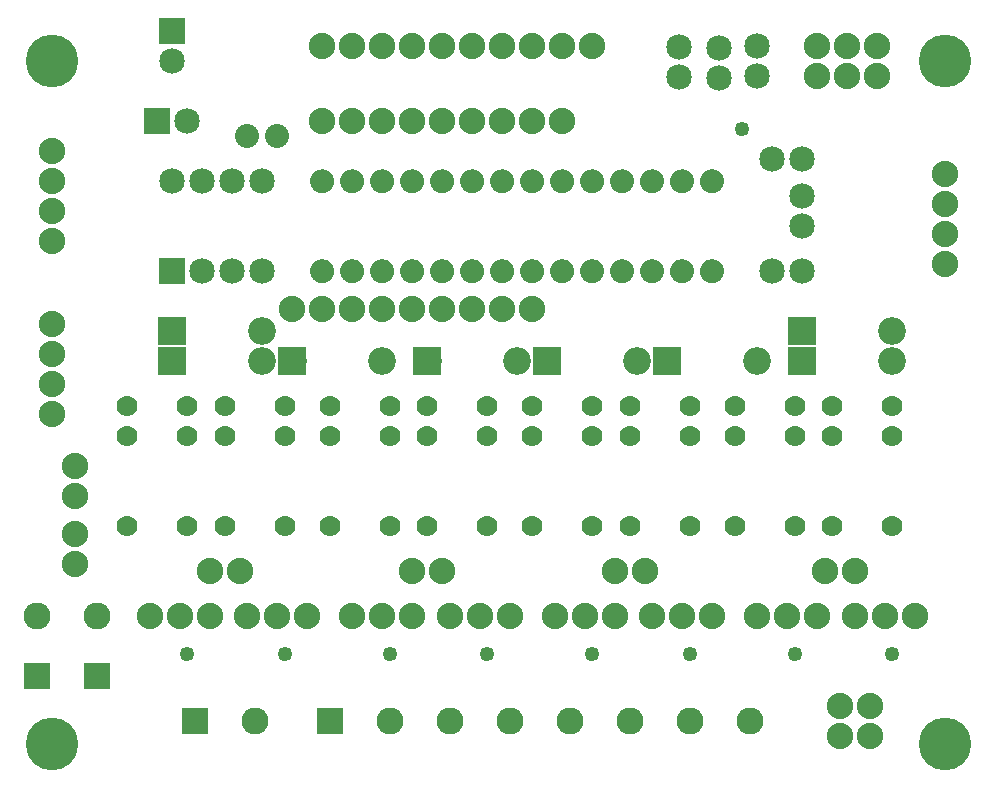
<source format=gbs>
G04 MADE WITH FRITZING*
G04 WWW.FRITZING.ORG*
G04 DOUBLE SIDED*
G04 HOLES PLATED*
G04 CONTOUR ON CENTER OF CONTOUR VECTOR*
%ASAXBY*%
%FSLAX23Y23*%
%MOIN*%
%OFA0B0*%
%SFA1.0B1.0*%
%ADD10C,0.090000*%
%ADD11C,0.049370*%
%ADD12C,0.088000*%
%ADD13C,0.085000*%
%ADD14C,0.175354*%
%ADD15C,0.070000*%
%ADD16C,0.080000*%
%ADD17C,0.092000*%
%ADD18C,0.088007*%
%ADD19R,0.090000X0.090000*%
%ADD20R,0.085000X0.085000*%
%ADD21R,0.092000X0.092000*%
%ADD22R,0.001000X0.001000*%
%LNMASK0*%
G90*
G70*
G54D10*
X300Y393D03*
X300Y593D03*
X100Y393D03*
X100Y593D03*
G54D11*
X2625Y468D03*
X2950Y468D03*
X2275Y468D03*
X1950Y468D03*
X1600Y468D03*
X1275Y468D03*
X925Y468D03*
X600Y468D03*
G54D12*
X2825Y593D03*
X2925Y593D03*
X3025Y593D03*
X2500Y593D03*
X2600Y593D03*
X2700Y593D03*
X2150Y593D03*
X2250Y593D03*
X2350Y593D03*
X1825Y593D03*
X1925Y593D03*
X2025Y593D03*
X1475Y593D03*
X1575Y593D03*
X1675Y593D03*
X1150Y593D03*
X1250Y593D03*
X1350Y593D03*
X800Y593D03*
X900Y593D03*
X1000Y593D03*
X475Y593D03*
X575Y593D03*
X675Y593D03*
G54D10*
X1075Y243D03*
X1275Y243D03*
X1475Y243D03*
X1675Y243D03*
X1875Y243D03*
X2075Y243D03*
X2275Y243D03*
X2475Y243D03*
X625Y243D03*
X825Y243D03*
G54D12*
X2725Y743D03*
X2825Y743D03*
X2025Y743D03*
X2125Y743D03*
X1350Y743D03*
X1450Y743D03*
X675Y743D03*
X775Y743D03*
X225Y868D03*
X225Y768D03*
X225Y993D03*
X225Y1093D03*
X2775Y193D03*
X2775Y293D03*
X2875Y193D03*
X2875Y293D03*
G54D13*
X550Y2543D03*
X550Y2443D03*
X500Y2243D03*
X600Y2243D03*
G54D11*
X2450Y2218D03*
G54D14*
X3125Y168D03*
X150Y168D03*
X150Y2443D03*
X3125Y2443D03*
G54D15*
X2950Y893D03*
X2950Y1193D03*
X2950Y1293D03*
X2750Y1293D03*
X2750Y893D03*
X2750Y1193D03*
X2625Y893D03*
X2625Y1193D03*
X2625Y1293D03*
X2425Y1293D03*
X2425Y893D03*
X2425Y1193D03*
X2275Y893D03*
X2275Y1193D03*
X2275Y1293D03*
X2075Y1293D03*
X2075Y893D03*
X2075Y1193D03*
X1950Y893D03*
X1950Y1193D03*
X1950Y1293D03*
X1750Y1293D03*
X1750Y893D03*
X1750Y1193D03*
X1600Y893D03*
X1600Y1193D03*
X1600Y1293D03*
X1400Y1293D03*
X1400Y893D03*
X1400Y1193D03*
X1275Y893D03*
X1275Y1193D03*
X1275Y1293D03*
X1075Y1293D03*
X1075Y893D03*
X1075Y1193D03*
X925Y893D03*
X925Y1193D03*
X925Y1293D03*
X725Y1293D03*
X725Y893D03*
X725Y1193D03*
X600Y893D03*
X600Y1193D03*
X600Y1293D03*
X400Y1293D03*
X400Y893D03*
X400Y1193D03*
G54D13*
X550Y1743D03*
X550Y2043D03*
X650Y1743D03*
X650Y2043D03*
X750Y1743D03*
X750Y2043D03*
X850Y1743D03*
X850Y2043D03*
G54D16*
X900Y2193D03*
X800Y2193D03*
G54D13*
X2650Y1743D03*
X2550Y1743D03*
X2650Y1893D03*
X2650Y1993D03*
G54D17*
X2650Y1443D03*
X2948Y1443D03*
X2650Y1543D03*
X2948Y1543D03*
X2200Y1443D03*
X2498Y1443D03*
X1800Y1443D03*
X2098Y1443D03*
X1402Y1443D03*
X1700Y1443D03*
X952Y1443D03*
X1250Y1443D03*
X550Y1443D03*
X848Y1443D03*
X550Y1543D03*
X848Y1543D03*
G54D12*
X1950Y2493D03*
X1850Y2493D03*
X1750Y2493D03*
X1650Y2493D03*
X1550Y2493D03*
X1450Y2493D03*
X1350Y2493D03*
X1250Y2493D03*
X1150Y2493D03*
X1050Y2493D03*
G54D13*
X2550Y2118D03*
X2650Y2118D03*
G54D18*
X950Y1618D03*
X1050Y1618D03*
X1150Y1618D03*
X1250Y1618D03*
X1350Y1618D03*
X1450Y1618D03*
X1551Y1618D03*
X1651Y1618D03*
X1751Y1618D03*
X1850Y2243D03*
X1750Y2243D03*
X1650Y2243D03*
X1550Y2243D03*
X1450Y2243D03*
X1350Y2243D03*
X1250Y2243D03*
X1150Y2243D03*
X1050Y2243D03*
G54D13*
X2240Y2390D03*
X2240Y2490D03*
X2500Y2393D03*
X2500Y2493D03*
X2372Y2388D03*
X2372Y2488D03*
G54D12*
X2700Y2393D03*
X2800Y2393D03*
X2900Y2393D03*
X2700Y2393D03*
X2800Y2393D03*
X2900Y2393D03*
X2900Y2493D03*
X2800Y2493D03*
X2700Y2493D03*
X3125Y1768D03*
X3125Y1868D03*
X3125Y1968D03*
X3125Y2068D03*
X150Y1568D03*
X150Y1468D03*
X150Y1368D03*
X150Y1268D03*
X150Y2143D03*
X150Y2043D03*
X150Y1943D03*
X150Y1843D03*
G54D19*
X300Y393D03*
X100Y393D03*
X1075Y243D03*
X625Y243D03*
G54D20*
X550Y2543D03*
X500Y2243D03*
X550Y1743D03*
G54D21*
X2649Y1443D03*
X2649Y1543D03*
X2199Y1443D03*
X1799Y1443D03*
X1401Y1443D03*
X951Y1443D03*
X549Y1443D03*
X549Y1543D03*
G54D22*
X1045Y2083D02*
X1055Y2083D01*
X1145Y2083D02*
X1155Y2083D01*
X1245Y2083D02*
X1255Y2083D01*
X1345Y2083D02*
X1355Y2083D01*
X1445Y2083D02*
X1455Y2083D01*
X1545Y2083D02*
X1555Y2083D01*
X1645Y2083D02*
X1655Y2083D01*
X1745Y2083D02*
X1755Y2083D01*
X1845Y2083D02*
X1855Y2083D01*
X1945Y2083D02*
X1954Y2083D01*
X2045Y2083D02*
X2054Y2083D01*
X2145Y2083D02*
X2154Y2083D01*
X2245Y2083D02*
X2254Y2083D01*
X2344Y2083D02*
X2354Y2083D01*
X1040Y2082D02*
X1060Y2082D01*
X1140Y2082D02*
X1160Y2082D01*
X1240Y2082D02*
X1260Y2082D01*
X1340Y2082D02*
X1360Y2082D01*
X1440Y2082D02*
X1460Y2082D01*
X1540Y2082D02*
X1560Y2082D01*
X1640Y2082D02*
X1660Y2082D01*
X1740Y2082D02*
X1759Y2082D01*
X1840Y2082D02*
X1859Y2082D01*
X1940Y2082D02*
X1959Y2082D01*
X2040Y2082D02*
X2059Y2082D01*
X2140Y2082D02*
X2159Y2082D01*
X2240Y2082D02*
X2259Y2082D01*
X2340Y2082D02*
X2359Y2082D01*
X1037Y2081D02*
X1063Y2081D01*
X1136Y2081D02*
X1163Y2081D01*
X1236Y2081D02*
X1263Y2081D01*
X1336Y2081D02*
X1363Y2081D01*
X1436Y2081D02*
X1463Y2081D01*
X1536Y2081D02*
X1563Y2081D01*
X1636Y2081D02*
X1663Y2081D01*
X1736Y2081D02*
X1763Y2081D01*
X1836Y2081D02*
X1863Y2081D01*
X1936Y2081D02*
X1963Y2081D01*
X2036Y2081D02*
X2063Y2081D01*
X2136Y2081D02*
X2163Y2081D01*
X2236Y2081D02*
X2263Y2081D01*
X2336Y2081D02*
X2363Y2081D01*
X1034Y2080D02*
X1065Y2080D01*
X1134Y2080D02*
X1165Y2080D01*
X1234Y2080D02*
X1265Y2080D01*
X1334Y2080D02*
X1365Y2080D01*
X1434Y2080D02*
X1465Y2080D01*
X1534Y2080D02*
X1565Y2080D01*
X1634Y2080D02*
X1665Y2080D01*
X1734Y2080D02*
X1765Y2080D01*
X1834Y2080D02*
X1865Y2080D01*
X1934Y2080D02*
X1965Y2080D01*
X2034Y2080D02*
X2065Y2080D01*
X2134Y2080D02*
X2165Y2080D01*
X2234Y2080D02*
X2265Y2080D01*
X2334Y2080D02*
X2365Y2080D01*
X1032Y2079D02*
X1067Y2079D01*
X1132Y2079D02*
X1167Y2079D01*
X1232Y2079D02*
X1267Y2079D01*
X1332Y2079D02*
X1367Y2079D01*
X1432Y2079D02*
X1467Y2079D01*
X1532Y2079D02*
X1567Y2079D01*
X1632Y2079D02*
X1667Y2079D01*
X1732Y2079D02*
X1767Y2079D01*
X1832Y2079D02*
X1867Y2079D01*
X1932Y2079D02*
X1967Y2079D01*
X2032Y2079D02*
X2067Y2079D01*
X2132Y2079D02*
X2167Y2079D01*
X2232Y2079D02*
X2267Y2079D01*
X2332Y2079D02*
X2367Y2079D01*
X1030Y2078D02*
X1069Y2078D01*
X1130Y2078D02*
X1169Y2078D01*
X1230Y2078D02*
X1269Y2078D01*
X1330Y2078D02*
X1369Y2078D01*
X1430Y2078D02*
X1469Y2078D01*
X1530Y2078D02*
X1569Y2078D01*
X1630Y2078D02*
X1669Y2078D01*
X1730Y2078D02*
X1769Y2078D01*
X1830Y2078D02*
X1869Y2078D01*
X1930Y2078D02*
X1969Y2078D01*
X2030Y2078D02*
X2069Y2078D01*
X2130Y2078D02*
X2169Y2078D01*
X2230Y2078D02*
X2269Y2078D01*
X2330Y2078D02*
X2369Y2078D01*
X1029Y2077D02*
X1071Y2077D01*
X1129Y2077D02*
X1171Y2077D01*
X1229Y2077D02*
X1271Y2077D01*
X1329Y2077D02*
X1371Y2077D01*
X1428Y2077D02*
X1471Y2077D01*
X1528Y2077D02*
X1571Y2077D01*
X1628Y2077D02*
X1671Y2077D01*
X1728Y2077D02*
X1771Y2077D01*
X1828Y2077D02*
X1871Y2077D01*
X1928Y2077D02*
X1971Y2077D01*
X2028Y2077D02*
X2071Y2077D01*
X2128Y2077D02*
X2171Y2077D01*
X2228Y2077D02*
X2271Y2077D01*
X2328Y2077D02*
X2371Y2077D01*
X1027Y2076D02*
X1072Y2076D01*
X1127Y2076D02*
X1172Y2076D01*
X1227Y2076D02*
X1272Y2076D01*
X1327Y2076D02*
X1372Y2076D01*
X1427Y2076D02*
X1472Y2076D01*
X1527Y2076D02*
X1572Y2076D01*
X1627Y2076D02*
X1672Y2076D01*
X1727Y2076D02*
X1772Y2076D01*
X1827Y2076D02*
X1872Y2076D01*
X1927Y2076D02*
X1972Y2076D01*
X2027Y2076D02*
X2072Y2076D01*
X2127Y2076D02*
X2172Y2076D01*
X2227Y2076D02*
X2272Y2076D01*
X2327Y2076D02*
X2372Y2076D01*
X1026Y2075D02*
X1074Y2075D01*
X1126Y2075D02*
X1174Y2075D01*
X1226Y2075D02*
X1274Y2075D01*
X1326Y2075D02*
X1374Y2075D01*
X1426Y2075D02*
X1474Y2075D01*
X1526Y2075D02*
X1574Y2075D01*
X1626Y2075D02*
X1674Y2075D01*
X1726Y2075D02*
X1774Y2075D01*
X1826Y2075D02*
X1874Y2075D01*
X1926Y2075D02*
X1974Y2075D01*
X2026Y2075D02*
X2073Y2075D01*
X2126Y2075D02*
X2173Y2075D01*
X2225Y2075D02*
X2273Y2075D01*
X2325Y2075D02*
X2373Y2075D01*
X1024Y2074D02*
X1075Y2074D01*
X1124Y2074D02*
X1175Y2074D01*
X1224Y2074D02*
X1275Y2074D01*
X1324Y2074D02*
X1375Y2074D01*
X1424Y2074D02*
X1475Y2074D01*
X1524Y2074D02*
X1575Y2074D01*
X1624Y2074D02*
X1675Y2074D01*
X1724Y2074D02*
X1775Y2074D01*
X1824Y2074D02*
X1875Y2074D01*
X1924Y2074D02*
X1975Y2074D01*
X2024Y2074D02*
X2075Y2074D01*
X2124Y2074D02*
X2175Y2074D01*
X2224Y2074D02*
X2275Y2074D01*
X2324Y2074D02*
X2375Y2074D01*
X1023Y2073D02*
X1076Y2073D01*
X1123Y2073D02*
X1176Y2073D01*
X1223Y2073D02*
X1276Y2073D01*
X1323Y2073D02*
X1376Y2073D01*
X1423Y2073D02*
X1476Y2073D01*
X1523Y2073D02*
X1576Y2073D01*
X1623Y2073D02*
X1676Y2073D01*
X1723Y2073D02*
X1776Y2073D01*
X1823Y2073D02*
X1876Y2073D01*
X1923Y2073D02*
X1976Y2073D01*
X2023Y2073D02*
X2076Y2073D01*
X2123Y2073D02*
X2176Y2073D01*
X2223Y2073D02*
X2276Y2073D01*
X2323Y2073D02*
X2376Y2073D01*
X1022Y2072D02*
X1077Y2072D01*
X1122Y2072D02*
X1177Y2072D01*
X1222Y2072D02*
X1277Y2072D01*
X1322Y2072D02*
X1377Y2072D01*
X1422Y2072D02*
X1477Y2072D01*
X1522Y2072D02*
X1577Y2072D01*
X1622Y2072D02*
X1677Y2072D01*
X1722Y2072D02*
X1777Y2072D01*
X1822Y2072D02*
X1877Y2072D01*
X1922Y2072D02*
X1977Y2072D01*
X2022Y2072D02*
X2077Y2072D01*
X2122Y2072D02*
X2177Y2072D01*
X2222Y2072D02*
X2277Y2072D01*
X2322Y2072D02*
X2377Y2072D01*
X1021Y2071D02*
X1078Y2071D01*
X1121Y2071D02*
X1178Y2071D01*
X1221Y2071D02*
X1278Y2071D01*
X1321Y2071D02*
X1378Y2071D01*
X1421Y2071D02*
X1478Y2071D01*
X1521Y2071D02*
X1578Y2071D01*
X1621Y2071D02*
X1678Y2071D01*
X1721Y2071D02*
X1778Y2071D01*
X1821Y2071D02*
X1878Y2071D01*
X1921Y2071D02*
X1978Y2071D01*
X2021Y2071D02*
X2078Y2071D01*
X2121Y2071D02*
X2178Y2071D01*
X2221Y2071D02*
X2278Y2071D01*
X2321Y2071D02*
X2378Y2071D01*
X1020Y2070D02*
X1079Y2070D01*
X1120Y2070D02*
X1179Y2070D01*
X1220Y2070D02*
X1279Y2070D01*
X1320Y2070D02*
X1379Y2070D01*
X1420Y2070D02*
X1479Y2070D01*
X1520Y2070D02*
X1579Y2070D01*
X1620Y2070D02*
X1679Y2070D01*
X1720Y2070D02*
X1779Y2070D01*
X1820Y2070D02*
X1879Y2070D01*
X1920Y2070D02*
X1979Y2070D01*
X2020Y2070D02*
X2079Y2070D01*
X2120Y2070D02*
X2179Y2070D01*
X2220Y2070D02*
X2279Y2070D01*
X2320Y2070D02*
X2379Y2070D01*
X1019Y2069D02*
X1080Y2069D01*
X1119Y2069D02*
X1180Y2069D01*
X1219Y2069D02*
X1280Y2069D01*
X1319Y2069D02*
X1380Y2069D01*
X1419Y2069D02*
X1480Y2069D01*
X1519Y2069D02*
X1580Y2069D01*
X1619Y2069D02*
X1680Y2069D01*
X1719Y2069D02*
X1780Y2069D01*
X1819Y2069D02*
X1880Y2069D01*
X1919Y2069D02*
X1980Y2069D01*
X2019Y2069D02*
X2080Y2069D01*
X2119Y2069D02*
X2180Y2069D01*
X2219Y2069D02*
X2280Y2069D01*
X2319Y2069D02*
X2380Y2069D01*
X1019Y2068D02*
X1081Y2068D01*
X1119Y2068D02*
X1181Y2068D01*
X1219Y2068D02*
X1281Y2068D01*
X1319Y2068D02*
X1381Y2068D01*
X1419Y2068D02*
X1481Y2068D01*
X1519Y2068D02*
X1581Y2068D01*
X1619Y2068D02*
X1681Y2068D01*
X1719Y2068D02*
X1781Y2068D01*
X1819Y2068D02*
X1881Y2068D01*
X1919Y2068D02*
X1981Y2068D01*
X2019Y2068D02*
X2080Y2068D01*
X2118Y2068D02*
X2180Y2068D01*
X2218Y2068D02*
X2280Y2068D01*
X2318Y2068D02*
X2380Y2068D01*
X1018Y2067D02*
X1081Y2067D01*
X1118Y2067D02*
X1181Y2067D01*
X1218Y2067D02*
X1281Y2067D01*
X1318Y2067D02*
X1381Y2067D01*
X1418Y2067D02*
X1481Y2067D01*
X1518Y2067D02*
X1581Y2067D01*
X1618Y2067D02*
X1681Y2067D01*
X1718Y2067D02*
X1781Y2067D01*
X1818Y2067D02*
X1881Y2067D01*
X1918Y2067D02*
X1981Y2067D01*
X2018Y2067D02*
X2081Y2067D01*
X2118Y2067D02*
X2181Y2067D01*
X2218Y2067D02*
X2281Y2067D01*
X2318Y2067D02*
X2381Y2067D01*
X1017Y2066D02*
X1082Y2066D01*
X1117Y2066D02*
X1182Y2066D01*
X1217Y2066D02*
X1282Y2066D01*
X1317Y2066D02*
X1382Y2066D01*
X1417Y2066D02*
X1482Y2066D01*
X1517Y2066D02*
X1582Y2066D01*
X1617Y2066D02*
X1682Y2066D01*
X1717Y2066D02*
X1782Y2066D01*
X1817Y2066D02*
X1882Y2066D01*
X1917Y2066D02*
X1982Y2066D01*
X2017Y2066D02*
X2082Y2066D01*
X2117Y2066D02*
X2182Y2066D01*
X2217Y2066D02*
X2282Y2066D01*
X2317Y2066D02*
X2382Y2066D01*
X1017Y2065D02*
X1083Y2065D01*
X1117Y2065D02*
X1183Y2065D01*
X1217Y2065D02*
X1283Y2065D01*
X1317Y2065D02*
X1383Y2065D01*
X1417Y2065D02*
X1483Y2065D01*
X1517Y2065D02*
X1583Y2065D01*
X1616Y2065D02*
X1683Y2065D01*
X1716Y2065D02*
X1783Y2065D01*
X1816Y2065D02*
X1883Y2065D01*
X1916Y2065D02*
X1983Y2065D01*
X2016Y2065D02*
X2083Y2065D01*
X2116Y2065D02*
X2183Y2065D01*
X2216Y2065D02*
X2283Y2065D01*
X2316Y2065D02*
X2383Y2065D01*
X1016Y2064D02*
X1083Y2064D01*
X1116Y2064D02*
X1183Y2064D01*
X1216Y2064D02*
X1283Y2064D01*
X1316Y2064D02*
X1383Y2064D01*
X1416Y2064D02*
X1483Y2064D01*
X1516Y2064D02*
X1583Y2064D01*
X1616Y2064D02*
X1683Y2064D01*
X1716Y2064D02*
X1783Y2064D01*
X1816Y2064D02*
X1883Y2064D01*
X1916Y2064D02*
X1983Y2064D01*
X2016Y2064D02*
X2083Y2064D01*
X2116Y2064D02*
X2183Y2064D01*
X2216Y2064D02*
X2283Y2064D01*
X2316Y2064D02*
X2383Y2064D01*
X1015Y2063D02*
X1084Y2063D01*
X1115Y2063D02*
X1184Y2063D01*
X1215Y2063D02*
X1284Y2063D01*
X1315Y2063D02*
X1384Y2063D01*
X1415Y2063D02*
X1484Y2063D01*
X1515Y2063D02*
X1584Y2063D01*
X1615Y2063D02*
X1684Y2063D01*
X1715Y2063D02*
X1784Y2063D01*
X1815Y2063D02*
X1884Y2063D01*
X1915Y2063D02*
X1984Y2063D01*
X2015Y2063D02*
X2084Y2063D01*
X2115Y2063D02*
X2184Y2063D01*
X2215Y2063D02*
X2284Y2063D01*
X2315Y2063D02*
X2384Y2063D01*
X1015Y2062D02*
X1085Y2062D01*
X1115Y2062D02*
X1185Y2062D01*
X1215Y2062D02*
X1285Y2062D01*
X1315Y2062D02*
X1385Y2062D01*
X1415Y2062D02*
X1485Y2062D01*
X1515Y2062D02*
X1585Y2062D01*
X1615Y2062D02*
X1684Y2062D01*
X1715Y2062D02*
X1784Y2062D01*
X1815Y2062D02*
X1884Y2062D01*
X1915Y2062D02*
X1984Y2062D01*
X2015Y2062D02*
X2084Y2062D01*
X2115Y2062D02*
X2184Y2062D01*
X2215Y2062D02*
X2284Y2062D01*
X2315Y2062D02*
X2384Y2062D01*
X1014Y2061D02*
X1085Y2061D01*
X1114Y2061D02*
X1185Y2061D01*
X1214Y2061D02*
X1285Y2061D01*
X1314Y2061D02*
X1385Y2061D01*
X1414Y2061D02*
X1485Y2061D01*
X1514Y2061D02*
X1585Y2061D01*
X1614Y2061D02*
X1685Y2061D01*
X1714Y2061D02*
X1785Y2061D01*
X1814Y2061D02*
X1885Y2061D01*
X1914Y2061D02*
X1985Y2061D01*
X2014Y2061D02*
X2085Y2061D01*
X2114Y2061D02*
X2185Y2061D01*
X2214Y2061D02*
X2285Y2061D01*
X2314Y2061D02*
X2385Y2061D01*
X1014Y2060D02*
X1086Y2060D01*
X1114Y2060D02*
X1186Y2060D01*
X1214Y2060D02*
X1286Y2060D01*
X1314Y2060D02*
X1386Y2060D01*
X1414Y2060D02*
X1486Y2060D01*
X1514Y2060D02*
X1585Y2060D01*
X1614Y2060D02*
X1685Y2060D01*
X1714Y2060D02*
X1785Y2060D01*
X1814Y2060D02*
X1885Y2060D01*
X1914Y2060D02*
X1985Y2060D01*
X2014Y2060D02*
X2085Y2060D01*
X2114Y2060D02*
X2185Y2060D01*
X2214Y2060D02*
X2285Y2060D01*
X2314Y2060D02*
X2385Y2060D01*
X1013Y2059D02*
X1086Y2059D01*
X1113Y2059D02*
X1186Y2059D01*
X1213Y2059D02*
X1286Y2059D01*
X1313Y2059D02*
X1386Y2059D01*
X1413Y2059D02*
X1486Y2059D01*
X1513Y2059D02*
X1586Y2059D01*
X1613Y2059D02*
X1686Y2059D01*
X1713Y2059D02*
X1786Y2059D01*
X1813Y2059D02*
X1886Y2059D01*
X1913Y2059D02*
X1986Y2059D01*
X2013Y2059D02*
X2086Y2059D01*
X2113Y2059D02*
X2186Y2059D01*
X2213Y2059D02*
X2286Y2059D01*
X2313Y2059D02*
X2386Y2059D01*
X1013Y2058D02*
X1086Y2058D01*
X1113Y2058D02*
X1186Y2058D01*
X1213Y2058D02*
X1286Y2058D01*
X1313Y2058D02*
X1386Y2058D01*
X1413Y2058D02*
X1486Y2058D01*
X1513Y2058D02*
X1586Y2058D01*
X1613Y2058D02*
X1686Y2058D01*
X1713Y2058D02*
X1786Y2058D01*
X1813Y2058D02*
X1886Y2058D01*
X1913Y2058D02*
X1986Y2058D01*
X2013Y2058D02*
X2086Y2058D01*
X2113Y2058D02*
X2186Y2058D01*
X2213Y2058D02*
X2286Y2058D01*
X2313Y2058D02*
X2386Y2058D01*
X1013Y2057D02*
X1087Y2057D01*
X1113Y2057D02*
X1187Y2057D01*
X1213Y2057D02*
X1287Y2057D01*
X1313Y2057D02*
X1387Y2057D01*
X1413Y2057D02*
X1487Y2057D01*
X1513Y2057D02*
X1587Y2057D01*
X1613Y2057D02*
X1687Y2057D01*
X1712Y2057D02*
X1787Y2057D01*
X1812Y2057D02*
X1887Y2057D01*
X1912Y2057D02*
X1987Y2057D01*
X2012Y2057D02*
X2087Y2057D01*
X2112Y2057D02*
X2187Y2057D01*
X2212Y2057D02*
X2287Y2057D01*
X2312Y2057D02*
X2387Y2057D01*
X1012Y2056D02*
X1087Y2056D01*
X1112Y2056D02*
X1187Y2056D01*
X1212Y2056D02*
X1287Y2056D01*
X1312Y2056D02*
X1387Y2056D01*
X1412Y2056D02*
X1487Y2056D01*
X1512Y2056D02*
X1587Y2056D01*
X1612Y2056D02*
X1687Y2056D01*
X1712Y2056D02*
X1787Y2056D01*
X1812Y2056D02*
X1887Y2056D01*
X1912Y2056D02*
X1987Y2056D01*
X2012Y2056D02*
X2087Y2056D01*
X2112Y2056D02*
X2187Y2056D01*
X2212Y2056D02*
X2287Y2056D01*
X2312Y2056D02*
X2387Y2056D01*
X1012Y2055D02*
X1087Y2055D01*
X1112Y2055D02*
X1187Y2055D01*
X1212Y2055D02*
X1287Y2055D01*
X1312Y2055D02*
X1387Y2055D01*
X1412Y2055D02*
X1487Y2055D01*
X1512Y2055D02*
X1587Y2055D01*
X1612Y2055D02*
X1687Y2055D01*
X1712Y2055D02*
X1787Y2055D01*
X1812Y2055D02*
X1887Y2055D01*
X1912Y2055D02*
X1987Y2055D01*
X2012Y2055D02*
X2087Y2055D01*
X2112Y2055D02*
X2187Y2055D01*
X2212Y2055D02*
X2287Y2055D01*
X2312Y2055D02*
X2387Y2055D01*
X1012Y2054D02*
X1088Y2054D01*
X1112Y2054D02*
X1188Y2054D01*
X1212Y2054D02*
X1288Y2054D01*
X1312Y2054D02*
X1388Y2054D01*
X1412Y2054D02*
X1488Y2054D01*
X1512Y2054D02*
X1588Y2054D01*
X1612Y2054D02*
X1688Y2054D01*
X1712Y2054D02*
X1788Y2054D01*
X1812Y2054D02*
X1888Y2054D01*
X1912Y2054D02*
X1988Y2054D01*
X2012Y2054D02*
X2087Y2054D01*
X2111Y2054D02*
X2187Y2054D01*
X2211Y2054D02*
X2287Y2054D01*
X2311Y2054D02*
X2387Y2054D01*
X1011Y2053D02*
X1088Y2053D01*
X1111Y2053D02*
X1188Y2053D01*
X1211Y2053D02*
X1288Y2053D01*
X1311Y2053D02*
X1388Y2053D01*
X1411Y2053D02*
X1488Y2053D01*
X1511Y2053D02*
X1588Y2053D01*
X1611Y2053D02*
X1688Y2053D01*
X1711Y2053D02*
X1788Y2053D01*
X1811Y2053D02*
X1888Y2053D01*
X1911Y2053D02*
X1988Y2053D01*
X2011Y2053D02*
X2088Y2053D01*
X2111Y2053D02*
X2188Y2053D01*
X2211Y2053D02*
X2288Y2053D01*
X2311Y2053D02*
X2388Y2053D01*
X1011Y2052D02*
X1088Y2052D01*
X1111Y2052D02*
X1188Y2052D01*
X1211Y2052D02*
X1288Y2052D01*
X1311Y2052D02*
X1388Y2052D01*
X1411Y2052D02*
X1488Y2052D01*
X1511Y2052D02*
X1588Y2052D01*
X1611Y2052D02*
X1688Y2052D01*
X1711Y2052D02*
X1788Y2052D01*
X1811Y2052D02*
X1888Y2052D01*
X1911Y2052D02*
X1988Y2052D01*
X2011Y2052D02*
X2088Y2052D01*
X2111Y2052D02*
X2188Y2052D01*
X2211Y2052D02*
X2288Y2052D01*
X2311Y2052D02*
X2388Y2052D01*
X1011Y2051D02*
X1088Y2051D01*
X1111Y2051D02*
X1188Y2051D01*
X1211Y2051D02*
X1288Y2051D01*
X1311Y2051D02*
X1388Y2051D01*
X1411Y2051D02*
X1488Y2051D01*
X1511Y2051D02*
X1588Y2051D01*
X1611Y2051D02*
X1688Y2051D01*
X1711Y2051D02*
X1788Y2051D01*
X1811Y2051D02*
X1888Y2051D01*
X1911Y2051D02*
X1988Y2051D01*
X2011Y2051D02*
X2088Y2051D01*
X2111Y2051D02*
X2188Y2051D01*
X2211Y2051D02*
X2288Y2051D01*
X2311Y2051D02*
X2388Y2051D01*
X1011Y2050D02*
X1089Y2050D01*
X1111Y2050D02*
X1189Y2050D01*
X1211Y2050D02*
X1289Y2050D01*
X1311Y2050D02*
X1389Y2050D01*
X1411Y2050D02*
X1488Y2050D01*
X1511Y2050D02*
X1588Y2050D01*
X1611Y2050D02*
X1688Y2050D01*
X1711Y2050D02*
X1788Y2050D01*
X1811Y2050D02*
X1888Y2050D01*
X1911Y2050D02*
X1988Y2050D01*
X2011Y2050D02*
X2088Y2050D01*
X2111Y2050D02*
X2188Y2050D01*
X2211Y2050D02*
X2288Y2050D01*
X2311Y2050D02*
X2388Y2050D01*
X1011Y2049D02*
X1089Y2049D01*
X1111Y2049D02*
X1189Y2049D01*
X1211Y2049D02*
X1289Y2049D01*
X1311Y2049D02*
X1389Y2049D01*
X1411Y2049D02*
X1489Y2049D01*
X1511Y2049D02*
X1589Y2049D01*
X1611Y2049D02*
X1689Y2049D01*
X1711Y2049D02*
X1789Y2049D01*
X1811Y2049D02*
X1889Y2049D01*
X1911Y2049D02*
X1989Y2049D01*
X2010Y2049D02*
X2089Y2049D01*
X2110Y2049D02*
X2188Y2049D01*
X2210Y2049D02*
X2288Y2049D01*
X2310Y2049D02*
X2388Y2049D01*
X1011Y2048D02*
X1089Y2048D01*
X1111Y2048D02*
X1189Y2048D01*
X1211Y2048D02*
X1289Y2048D01*
X1310Y2048D02*
X1389Y2048D01*
X1410Y2048D02*
X1489Y2048D01*
X1510Y2048D02*
X1589Y2048D01*
X1610Y2048D02*
X1689Y2048D01*
X1710Y2048D02*
X1789Y2048D01*
X1810Y2048D02*
X1889Y2048D01*
X1910Y2048D02*
X1989Y2048D01*
X2010Y2048D02*
X2089Y2048D01*
X2110Y2048D02*
X2189Y2048D01*
X2210Y2048D02*
X2289Y2048D01*
X2310Y2048D02*
X2389Y2048D01*
X1010Y2047D02*
X1089Y2047D01*
X1110Y2047D02*
X1189Y2047D01*
X1210Y2047D02*
X1289Y2047D01*
X1310Y2047D02*
X1389Y2047D01*
X1410Y2047D02*
X1489Y2047D01*
X1510Y2047D02*
X1589Y2047D01*
X1610Y2047D02*
X1689Y2047D01*
X1710Y2047D02*
X1789Y2047D01*
X1810Y2047D02*
X1889Y2047D01*
X1910Y2047D02*
X1989Y2047D01*
X2010Y2047D02*
X2089Y2047D01*
X2110Y2047D02*
X2189Y2047D01*
X2210Y2047D02*
X2289Y2047D01*
X2310Y2047D02*
X2389Y2047D01*
X1010Y2046D02*
X1089Y2046D01*
X1110Y2046D02*
X1189Y2046D01*
X1210Y2046D02*
X1289Y2046D01*
X1310Y2046D02*
X1389Y2046D01*
X1410Y2046D02*
X1489Y2046D01*
X1510Y2046D02*
X1589Y2046D01*
X1610Y2046D02*
X1689Y2046D01*
X1710Y2046D02*
X1789Y2046D01*
X1810Y2046D02*
X1889Y2046D01*
X1910Y2046D02*
X1989Y2046D01*
X2010Y2046D02*
X2089Y2046D01*
X2110Y2046D02*
X2189Y2046D01*
X2210Y2046D02*
X2289Y2046D01*
X2310Y2046D02*
X2389Y2046D01*
X1010Y2045D02*
X1089Y2045D01*
X1110Y2045D02*
X1189Y2045D01*
X1210Y2045D02*
X1289Y2045D01*
X1310Y2045D02*
X1389Y2045D01*
X1410Y2045D02*
X1489Y2045D01*
X1510Y2045D02*
X1589Y2045D01*
X1610Y2045D02*
X1689Y2045D01*
X1710Y2045D02*
X1789Y2045D01*
X1810Y2045D02*
X1889Y2045D01*
X1910Y2045D02*
X1989Y2045D01*
X2010Y2045D02*
X2089Y2045D01*
X2110Y2045D02*
X2189Y2045D01*
X2210Y2045D02*
X2289Y2045D01*
X2310Y2045D02*
X2389Y2045D01*
X1010Y2044D02*
X1089Y2044D01*
X1110Y2044D02*
X1189Y2044D01*
X1210Y2044D02*
X1289Y2044D01*
X1310Y2044D02*
X1389Y2044D01*
X1410Y2044D02*
X1489Y2044D01*
X1510Y2044D02*
X1589Y2044D01*
X1610Y2044D02*
X1689Y2044D01*
X1710Y2044D02*
X1789Y2044D01*
X1810Y2044D02*
X1889Y2044D01*
X1910Y2044D02*
X1989Y2044D01*
X2010Y2044D02*
X2089Y2044D01*
X2110Y2044D02*
X2189Y2044D01*
X2210Y2044D02*
X2289Y2044D01*
X2310Y2044D02*
X2389Y2044D01*
X1010Y2043D02*
X1089Y2043D01*
X1110Y2043D02*
X1189Y2043D01*
X1210Y2043D02*
X1289Y2043D01*
X1310Y2043D02*
X1389Y2043D01*
X1410Y2043D02*
X1489Y2043D01*
X1510Y2043D02*
X1589Y2043D01*
X1610Y2043D02*
X1689Y2043D01*
X1710Y2043D02*
X1789Y2043D01*
X1810Y2043D02*
X1889Y2043D01*
X1910Y2043D02*
X1989Y2043D01*
X2010Y2043D02*
X2089Y2043D01*
X2110Y2043D02*
X2189Y2043D01*
X2210Y2043D02*
X2289Y2043D01*
X2310Y2043D02*
X2389Y2043D01*
X1010Y2042D02*
X1089Y2042D01*
X1110Y2042D02*
X1189Y2042D01*
X1210Y2042D02*
X1289Y2042D01*
X1310Y2042D02*
X1389Y2042D01*
X1410Y2042D02*
X1489Y2042D01*
X1510Y2042D02*
X1589Y2042D01*
X1610Y2042D02*
X1689Y2042D01*
X1710Y2042D02*
X1789Y2042D01*
X1810Y2042D02*
X1889Y2042D01*
X1910Y2042D02*
X1989Y2042D01*
X2010Y2042D02*
X2089Y2042D01*
X2110Y2042D02*
X2189Y2042D01*
X2210Y2042D02*
X2289Y2042D01*
X2310Y2042D02*
X2389Y2042D01*
X1010Y2041D02*
X1089Y2041D01*
X1110Y2041D02*
X1189Y2041D01*
X1210Y2041D02*
X1289Y2041D01*
X1310Y2041D02*
X1389Y2041D01*
X1410Y2041D02*
X1489Y2041D01*
X1510Y2041D02*
X1589Y2041D01*
X1610Y2041D02*
X1689Y2041D01*
X1710Y2041D02*
X1789Y2041D01*
X1810Y2041D02*
X1889Y2041D01*
X1910Y2041D02*
X1989Y2041D01*
X2010Y2041D02*
X2089Y2041D01*
X2110Y2041D02*
X2189Y2041D01*
X2210Y2041D02*
X2289Y2041D01*
X2310Y2041D02*
X2389Y2041D01*
X1010Y2040D02*
X1089Y2040D01*
X1110Y2040D02*
X1189Y2040D01*
X1210Y2040D02*
X1289Y2040D01*
X1310Y2040D02*
X1389Y2040D01*
X1410Y2040D02*
X1489Y2040D01*
X1510Y2040D02*
X1589Y2040D01*
X1610Y2040D02*
X1689Y2040D01*
X1710Y2040D02*
X1789Y2040D01*
X1810Y2040D02*
X1889Y2040D01*
X1910Y2040D02*
X1989Y2040D01*
X2010Y2040D02*
X2089Y2040D01*
X2110Y2040D02*
X2189Y2040D01*
X2210Y2040D02*
X2289Y2040D01*
X2310Y2040D02*
X2389Y2040D01*
X1011Y2039D02*
X1089Y2039D01*
X1111Y2039D02*
X1189Y2039D01*
X1211Y2039D02*
X1289Y2039D01*
X1310Y2039D02*
X1389Y2039D01*
X1410Y2039D02*
X1489Y2039D01*
X1510Y2039D02*
X1589Y2039D01*
X1610Y2039D02*
X1689Y2039D01*
X1710Y2039D02*
X1789Y2039D01*
X1810Y2039D02*
X1889Y2039D01*
X1910Y2039D02*
X1989Y2039D01*
X2010Y2039D02*
X2089Y2039D01*
X2110Y2039D02*
X2189Y2039D01*
X2210Y2039D02*
X2289Y2039D01*
X2310Y2039D02*
X2389Y2039D01*
X1011Y2038D02*
X1089Y2038D01*
X1111Y2038D02*
X1189Y2038D01*
X1211Y2038D02*
X1289Y2038D01*
X1311Y2038D02*
X1389Y2038D01*
X1411Y2038D02*
X1489Y2038D01*
X1511Y2038D02*
X1589Y2038D01*
X1611Y2038D02*
X1689Y2038D01*
X1711Y2038D02*
X1789Y2038D01*
X1811Y2038D02*
X1889Y2038D01*
X1911Y2038D02*
X1989Y2038D01*
X2010Y2038D02*
X2089Y2038D01*
X2110Y2038D02*
X2188Y2038D01*
X2210Y2038D02*
X2288Y2038D01*
X2310Y2038D02*
X2388Y2038D01*
X1011Y2037D02*
X1089Y2037D01*
X1111Y2037D02*
X1189Y2037D01*
X1211Y2037D02*
X1289Y2037D01*
X1311Y2037D02*
X1389Y2037D01*
X1411Y2037D02*
X1488Y2037D01*
X1511Y2037D02*
X1588Y2037D01*
X1611Y2037D02*
X1688Y2037D01*
X1711Y2037D02*
X1788Y2037D01*
X1811Y2037D02*
X1888Y2037D01*
X1911Y2037D02*
X1988Y2037D01*
X2011Y2037D02*
X2088Y2037D01*
X2111Y2037D02*
X2188Y2037D01*
X2211Y2037D02*
X2288Y2037D01*
X2311Y2037D02*
X2388Y2037D01*
X1011Y2036D02*
X1088Y2036D01*
X1111Y2036D02*
X1188Y2036D01*
X1211Y2036D02*
X1288Y2036D01*
X1311Y2036D02*
X1388Y2036D01*
X1411Y2036D02*
X1488Y2036D01*
X1511Y2036D02*
X1588Y2036D01*
X1611Y2036D02*
X1688Y2036D01*
X1711Y2036D02*
X1788Y2036D01*
X1811Y2036D02*
X1888Y2036D01*
X1911Y2036D02*
X1988Y2036D01*
X2011Y2036D02*
X2088Y2036D01*
X2111Y2036D02*
X2188Y2036D01*
X2211Y2036D02*
X2288Y2036D01*
X2311Y2036D02*
X2388Y2036D01*
X1011Y2035D02*
X1088Y2035D01*
X1111Y2035D02*
X1188Y2035D01*
X1211Y2035D02*
X1288Y2035D01*
X1311Y2035D02*
X1388Y2035D01*
X1411Y2035D02*
X1488Y2035D01*
X1511Y2035D02*
X1588Y2035D01*
X1611Y2035D02*
X1688Y2035D01*
X1711Y2035D02*
X1788Y2035D01*
X1811Y2035D02*
X1888Y2035D01*
X1911Y2035D02*
X1988Y2035D01*
X2011Y2035D02*
X2088Y2035D01*
X2111Y2035D02*
X2188Y2035D01*
X2211Y2035D02*
X2288Y2035D01*
X2311Y2035D02*
X2388Y2035D01*
X1011Y2034D02*
X1088Y2034D01*
X1111Y2034D02*
X1188Y2034D01*
X1211Y2034D02*
X1288Y2034D01*
X1311Y2034D02*
X1388Y2034D01*
X1411Y2034D02*
X1488Y2034D01*
X1511Y2034D02*
X1588Y2034D01*
X1611Y2034D02*
X1688Y2034D01*
X1711Y2034D02*
X1788Y2034D01*
X1811Y2034D02*
X1888Y2034D01*
X1911Y2034D02*
X1988Y2034D01*
X2011Y2034D02*
X2088Y2034D01*
X2111Y2034D02*
X2188Y2034D01*
X2211Y2034D02*
X2288Y2034D01*
X2311Y2034D02*
X2388Y2034D01*
X1012Y2033D02*
X1088Y2033D01*
X1112Y2033D02*
X1188Y2033D01*
X1212Y2033D02*
X1288Y2033D01*
X1312Y2033D02*
X1388Y2033D01*
X1412Y2033D02*
X1488Y2033D01*
X1512Y2033D02*
X1588Y2033D01*
X1612Y2033D02*
X1688Y2033D01*
X1712Y2033D02*
X1788Y2033D01*
X1812Y2033D02*
X1888Y2033D01*
X1912Y2033D02*
X1988Y2033D01*
X2012Y2033D02*
X2087Y2033D01*
X2111Y2033D02*
X2187Y2033D01*
X2211Y2033D02*
X2287Y2033D01*
X2311Y2033D02*
X2387Y2033D01*
X1012Y2032D02*
X1087Y2032D01*
X1112Y2032D02*
X1187Y2032D01*
X1212Y2032D02*
X1287Y2032D01*
X1312Y2032D02*
X1387Y2032D01*
X1412Y2032D02*
X1487Y2032D01*
X1512Y2032D02*
X1587Y2032D01*
X1612Y2032D02*
X1687Y2032D01*
X1712Y2032D02*
X1787Y2032D01*
X1812Y2032D02*
X1887Y2032D01*
X1912Y2032D02*
X1987Y2032D01*
X2012Y2032D02*
X2087Y2032D01*
X2112Y2032D02*
X2187Y2032D01*
X2212Y2032D02*
X2287Y2032D01*
X2312Y2032D02*
X2387Y2032D01*
X1012Y2031D02*
X1087Y2031D01*
X1112Y2031D02*
X1187Y2031D01*
X1212Y2031D02*
X1287Y2031D01*
X1312Y2031D02*
X1387Y2031D01*
X1412Y2031D02*
X1487Y2031D01*
X1512Y2031D02*
X1587Y2031D01*
X1612Y2031D02*
X1687Y2031D01*
X1712Y2031D02*
X1787Y2031D01*
X1812Y2031D02*
X1887Y2031D01*
X1912Y2031D02*
X1987Y2031D01*
X2012Y2031D02*
X2087Y2031D01*
X2112Y2031D02*
X2187Y2031D01*
X2212Y2031D02*
X2287Y2031D01*
X2312Y2031D02*
X2387Y2031D01*
X1013Y2030D02*
X1087Y2030D01*
X1113Y2030D02*
X1187Y2030D01*
X1213Y2030D02*
X1287Y2030D01*
X1313Y2030D02*
X1387Y2030D01*
X1413Y2030D02*
X1487Y2030D01*
X1513Y2030D02*
X1587Y2030D01*
X1613Y2030D02*
X1687Y2030D01*
X1712Y2030D02*
X1787Y2030D01*
X1812Y2030D02*
X1887Y2030D01*
X1912Y2030D02*
X1987Y2030D01*
X2012Y2030D02*
X2087Y2030D01*
X2112Y2030D02*
X2187Y2030D01*
X2212Y2030D02*
X2287Y2030D01*
X2312Y2030D02*
X2387Y2030D01*
X1013Y2029D02*
X1086Y2029D01*
X1113Y2029D02*
X1186Y2029D01*
X1213Y2029D02*
X1286Y2029D01*
X1313Y2029D02*
X1386Y2029D01*
X1413Y2029D02*
X1486Y2029D01*
X1513Y2029D02*
X1586Y2029D01*
X1613Y2029D02*
X1686Y2029D01*
X1713Y2029D02*
X1786Y2029D01*
X1813Y2029D02*
X1886Y2029D01*
X1913Y2029D02*
X1986Y2029D01*
X2013Y2029D02*
X2086Y2029D01*
X2113Y2029D02*
X2186Y2029D01*
X2213Y2029D02*
X2286Y2029D01*
X2313Y2029D02*
X2386Y2029D01*
X1013Y2028D02*
X1086Y2028D01*
X1113Y2028D02*
X1186Y2028D01*
X1213Y2028D02*
X1286Y2028D01*
X1313Y2028D02*
X1386Y2028D01*
X1413Y2028D02*
X1486Y2028D01*
X1513Y2028D02*
X1586Y2028D01*
X1613Y2028D02*
X1686Y2028D01*
X1713Y2028D02*
X1786Y2028D01*
X1813Y2028D02*
X1886Y2028D01*
X1913Y2028D02*
X1986Y2028D01*
X2013Y2028D02*
X2086Y2028D01*
X2113Y2028D02*
X2186Y2028D01*
X2213Y2028D02*
X2286Y2028D01*
X2313Y2028D02*
X2386Y2028D01*
X1014Y2027D02*
X1086Y2027D01*
X1114Y2027D02*
X1186Y2027D01*
X1214Y2027D02*
X1286Y2027D01*
X1314Y2027D02*
X1386Y2027D01*
X1414Y2027D02*
X1486Y2027D01*
X1514Y2027D02*
X1585Y2027D01*
X1614Y2027D02*
X1685Y2027D01*
X1714Y2027D02*
X1785Y2027D01*
X1814Y2027D02*
X1885Y2027D01*
X1914Y2027D02*
X1985Y2027D01*
X2014Y2027D02*
X2085Y2027D01*
X2114Y2027D02*
X2185Y2027D01*
X2214Y2027D02*
X2285Y2027D01*
X2314Y2027D02*
X2385Y2027D01*
X1014Y2026D02*
X1085Y2026D01*
X1114Y2026D02*
X1185Y2026D01*
X1214Y2026D02*
X1285Y2026D01*
X1314Y2026D02*
X1385Y2026D01*
X1414Y2026D02*
X1485Y2026D01*
X1514Y2026D02*
X1585Y2026D01*
X1614Y2026D02*
X1685Y2026D01*
X1714Y2026D02*
X1785Y2026D01*
X1814Y2026D02*
X1885Y2026D01*
X1914Y2026D02*
X1985Y2026D01*
X2014Y2026D02*
X2085Y2026D01*
X2114Y2026D02*
X2185Y2026D01*
X2214Y2026D02*
X2285Y2026D01*
X2314Y2026D02*
X2385Y2026D01*
X1015Y2025D02*
X1085Y2025D01*
X1115Y2025D02*
X1185Y2025D01*
X1215Y2025D02*
X1285Y2025D01*
X1315Y2025D02*
X1385Y2025D01*
X1415Y2025D02*
X1485Y2025D01*
X1515Y2025D02*
X1585Y2025D01*
X1615Y2025D02*
X1684Y2025D01*
X1715Y2025D02*
X1784Y2025D01*
X1815Y2025D02*
X1884Y2025D01*
X1915Y2025D02*
X1984Y2025D01*
X2015Y2025D02*
X2084Y2025D01*
X2115Y2025D02*
X2184Y2025D01*
X2215Y2025D02*
X2284Y2025D01*
X2315Y2025D02*
X2384Y2025D01*
X1015Y2024D02*
X1084Y2024D01*
X1115Y2024D02*
X1184Y2024D01*
X1215Y2024D02*
X1284Y2024D01*
X1315Y2024D02*
X1384Y2024D01*
X1415Y2024D02*
X1484Y2024D01*
X1515Y2024D02*
X1584Y2024D01*
X1615Y2024D02*
X1684Y2024D01*
X1715Y2024D02*
X1784Y2024D01*
X1815Y2024D02*
X1884Y2024D01*
X1915Y2024D02*
X1984Y2024D01*
X2015Y2024D02*
X2084Y2024D01*
X2115Y2024D02*
X2184Y2024D01*
X2215Y2024D02*
X2284Y2024D01*
X2315Y2024D02*
X2384Y2024D01*
X1016Y2023D02*
X1083Y2023D01*
X1116Y2023D02*
X1183Y2023D01*
X1216Y2023D02*
X1283Y2023D01*
X1316Y2023D02*
X1383Y2023D01*
X1416Y2023D02*
X1483Y2023D01*
X1516Y2023D02*
X1583Y2023D01*
X1616Y2023D02*
X1683Y2023D01*
X1716Y2023D02*
X1783Y2023D01*
X1816Y2023D02*
X1883Y2023D01*
X1916Y2023D02*
X1983Y2023D01*
X2016Y2023D02*
X2083Y2023D01*
X2116Y2023D02*
X2183Y2023D01*
X2216Y2023D02*
X2283Y2023D01*
X2316Y2023D02*
X2383Y2023D01*
X1017Y2022D02*
X1083Y2022D01*
X1117Y2022D02*
X1183Y2022D01*
X1217Y2022D02*
X1283Y2022D01*
X1317Y2022D02*
X1383Y2022D01*
X1417Y2022D02*
X1483Y2022D01*
X1516Y2022D02*
X1583Y2022D01*
X1616Y2022D02*
X1683Y2022D01*
X1716Y2022D02*
X1783Y2022D01*
X1816Y2022D02*
X1883Y2022D01*
X1916Y2022D02*
X1983Y2022D01*
X2016Y2022D02*
X2083Y2022D01*
X2116Y2022D02*
X2183Y2022D01*
X2216Y2022D02*
X2283Y2022D01*
X2316Y2022D02*
X2383Y2022D01*
X1017Y2021D02*
X1082Y2021D01*
X1117Y2021D02*
X1182Y2021D01*
X1217Y2021D02*
X1282Y2021D01*
X1317Y2021D02*
X1382Y2021D01*
X1417Y2021D02*
X1482Y2021D01*
X1517Y2021D02*
X1582Y2021D01*
X1617Y2021D02*
X1682Y2021D01*
X1717Y2021D02*
X1782Y2021D01*
X1817Y2021D02*
X1882Y2021D01*
X1917Y2021D02*
X1982Y2021D01*
X2017Y2021D02*
X2082Y2021D01*
X2117Y2021D02*
X2182Y2021D01*
X2217Y2021D02*
X2282Y2021D01*
X2317Y2021D02*
X2382Y2021D01*
X1018Y2020D02*
X1081Y2020D01*
X1118Y2020D02*
X1181Y2020D01*
X1218Y2020D02*
X1281Y2020D01*
X1318Y2020D02*
X1381Y2020D01*
X1418Y2020D02*
X1481Y2020D01*
X1518Y2020D02*
X1581Y2020D01*
X1618Y2020D02*
X1681Y2020D01*
X1718Y2020D02*
X1781Y2020D01*
X1818Y2020D02*
X1881Y2020D01*
X1918Y2020D02*
X1981Y2020D01*
X2018Y2020D02*
X2081Y2020D01*
X2118Y2020D02*
X2181Y2020D01*
X2218Y2020D02*
X2281Y2020D01*
X2318Y2020D02*
X2381Y2020D01*
X1019Y2019D02*
X1081Y2019D01*
X1119Y2019D02*
X1181Y2019D01*
X1219Y2019D02*
X1281Y2019D01*
X1319Y2019D02*
X1381Y2019D01*
X1419Y2019D02*
X1481Y2019D01*
X1519Y2019D02*
X1581Y2019D01*
X1619Y2019D02*
X1681Y2019D01*
X1719Y2019D02*
X1781Y2019D01*
X1819Y2019D02*
X1881Y2019D01*
X1919Y2019D02*
X1981Y2019D01*
X2018Y2019D02*
X2080Y2019D01*
X2118Y2019D02*
X2180Y2019D01*
X2218Y2019D02*
X2280Y2019D01*
X2318Y2019D02*
X2380Y2019D01*
X1019Y2018D02*
X1080Y2018D01*
X1119Y2018D02*
X1180Y2018D01*
X1219Y2018D02*
X1280Y2018D01*
X1319Y2018D02*
X1380Y2018D01*
X1419Y2018D02*
X1480Y2018D01*
X1519Y2018D02*
X1580Y2018D01*
X1619Y2018D02*
X1680Y2018D01*
X1719Y2018D02*
X1780Y2018D01*
X1819Y2018D02*
X1880Y2018D01*
X1919Y2018D02*
X1980Y2018D01*
X2019Y2018D02*
X2080Y2018D01*
X2119Y2018D02*
X2180Y2018D01*
X2219Y2018D02*
X2280Y2018D01*
X2319Y2018D02*
X2380Y2018D01*
X1020Y2017D02*
X1079Y2017D01*
X1120Y2017D02*
X1179Y2017D01*
X1220Y2017D02*
X1279Y2017D01*
X1320Y2017D02*
X1379Y2017D01*
X1420Y2017D02*
X1479Y2017D01*
X1520Y2017D02*
X1579Y2017D01*
X1620Y2017D02*
X1679Y2017D01*
X1720Y2017D02*
X1779Y2017D01*
X1820Y2017D02*
X1879Y2017D01*
X1920Y2017D02*
X1979Y2017D01*
X2020Y2017D02*
X2079Y2017D01*
X2120Y2017D02*
X2179Y2017D01*
X2220Y2017D02*
X2279Y2017D01*
X2320Y2017D02*
X2379Y2017D01*
X1021Y2016D02*
X1078Y2016D01*
X1121Y2016D02*
X1178Y2016D01*
X1221Y2016D02*
X1278Y2016D01*
X1321Y2016D02*
X1378Y2016D01*
X1421Y2016D02*
X1478Y2016D01*
X1521Y2016D02*
X1578Y2016D01*
X1621Y2016D02*
X1678Y2016D01*
X1721Y2016D02*
X1778Y2016D01*
X1821Y2016D02*
X1878Y2016D01*
X1921Y2016D02*
X1978Y2016D01*
X2021Y2016D02*
X2078Y2016D01*
X2121Y2016D02*
X2178Y2016D01*
X2221Y2016D02*
X2278Y2016D01*
X2321Y2016D02*
X2378Y2016D01*
X1022Y2015D02*
X1077Y2015D01*
X1122Y2015D02*
X1177Y2015D01*
X1222Y2015D02*
X1277Y2015D01*
X1322Y2015D02*
X1377Y2015D01*
X1422Y2015D02*
X1477Y2015D01*
X1522Y2015D02*
X1577Y2015D01*
X1622Y2015D02*
X1677Y2015D01*
X1722Y2015D02*
X1777Y2015D01*
X1822Y2015D02*
X1877Y2015D01*
X1922Y2015D02*
X1977Y2015D01*
X2022Y2015D02*
X2077Y2015D01*
X2122Y2015D02*
X2177Y2015D01*
X2222Y2015D02*
X2277Y2015D01*
X2322Y2015D02*
X2377Y2015D01*
X1023Y2014D02*
X1076Y2014D01*
X1123Y2014D02*
X1176Y2014D01*
X1223Y2014D02*
X1276Y2014D01*
X1323Y2014D02*
X1376Y2014D01*
X1423Y2014D02*
X1476Y2014D01*
X1523Y2014D02*
X1576Y2014D01*
X1623Y2014D02*
X1676Y2014D01*
X1723Y2014D02*
X1776Y2014D01*
X1823Y2014D02*
X1876Y2014D01*
X1923Y2014D02*
X1976Y2014D01*
X2023Y2014D02*
X2076Y2014D01*
X2123Y2014D02*
X2176Y2014D01*
X2223Y2014D02*
X2276Y2014D01*
X2323Y2014D02*
X2376Y2014D01*
X1024Y2013D02*
X1075Y2013D01*
X1124Y2013D02*
X1175Y2013D01*
X1224Y2013D02*
X1275Y2013D01*
X1324Y2013D02*
X1375Y2013D01*
X1424Y2013D02*
X1475Y2013D01*
X1524Y2013D02*
X1575Y2013D01*
X1624Y2013D02*
X1675Y2013D01*
X1724Y2013D02*
X1775Y2013D01*
X1824Y2013D02*
X1875Y2013D01*
X1924Y2013D02*
X1975Y2013D01*
X2024Y2013D02*
X2075Y2013D01*
X2124Y2013D02*
X2175Y2013D01*
X2224Y2013D02*
X2275Y2013D01*
X2324Y2013D02*
X2375Y2013D01*
X1026Y2012D02*
X1074Y2012D01*
X1126Y2012D02*
X1174Y2012D01*
X1226Y2012D02*
X1274Y2012D01*
X1326Y2012D02*
X1374Y2012D01*
X1426Y2012D02*
X1474Y2012D01*
X1526Y2012D02*
X1574Y2012D01*
X1626Y2012D02*
X1674Y2012D01*
X1726Y2012D02*
X1774Y2012D01*
X1826Y2012D02*
X1874Y2012D01*
X1926Y2012D02*
X1974Y2012D01*
X2025Y2012D02*
X2074Y2012D01*
X2125Y2012D02*
X2173Y2012D01*
X2225Y2012D02*
X2273Y2012D01*
X2325Y2012D02*
X2373Y2012D01*
X1027Y2011D02*
X1072Y2011D01*
X1127Y2011D02*
X1172Y2011D01*
X1227Y2011D02*
X1272Y2011D01*
X1327Y2011D02*
X1372Y2011D01*
X1427Y2011D02*
X1472Y2011D01*
X1527Y2011D02*
X1572Y2011D01*
X1627Y2011D02*
X1672Y2011D01*
X1727Y2011D02*
X1772Y2011D01*
X1827Y2011D02*
X1872Y2011D01*
X1927Y2011D02*
X1972Y2011D01*
X2027Y2011D02*
X2072Y2011D01*
X2127Y2011D02*
X2172Y2011D01*
X2227Y2011D02*
X2272Y2011D01*
X2327Y2011D02*
X2372Y2011D01*
X1029Y2010D02*
X1071Y2010D01*
X1129Y2010D02*
X1171Y2010D01*
X1228Y2010D02*
X1271Y2010D01*
X1328Y2010D02*
X1371Y2010D01*
X1428Y2010D02*
X1471Y2010D01*
X1528Y2010D02*
X1571Y2010D01*
X1628Y2010D02*
X1671Y2010D01*
X1728Y2010D02*
X1771Y2010D01*
X1828Y2010D02*
X1871Y2010D01*
X1928Y2010D02*
X1971Y2010D01*
X2028Y2010D02*
X2071Y2010D01*
X2128Y2010D02*
X2171Y2010D01*
X2228Y2010D02*
X2271Y2010D01*
X2328Y2010D02*
X2371Y2010D01*
X1030Y2009D02*
X1069Y2009D01*
X1130Y2009D02*
X1169Y2009D01*
X1230Y2009D02*
X1269Y2009D01*
X1330Y2009D02*
X1369Y2009D01*
X1430Y2009D02*
X1469Y2009D01*
X1530Y2009D02*
X1569Y2009D01*
X1630Y2009D02*
X1669Y2009D01*
X1730Y2009D02*
X1769Y2009D01*
X1830Y2009D02*
X1869Y2009D01*
X1930Y2009D02*
X1969Y2009D01*
X2030Y2009D02*
X2069Y2009D01*
X2130Y2009D02*
X2169Y2009D01*
X2230Y2009D02*
X2269Y2009D01*
X2330Y2009D02*
X2369Y2009D01*
X1032Y2008D02*
X1068Y2008D01*
X1132Y2008D02*
X1168Y2008D01*
X1232Y2008D02*
X1268Y2008D01*
X1332Y2008D02*
X1367Y2008D01*
X1432Y2008D02*
X1467Y2008D01*
X1532Y2008D02*
X1567Y2008D01*
X1632Y2008D02*
X1667Y2008D01*
X1732Y2008D02*
X1767Y2008D01*
X1832Y2008D02*
X1867Y2008D01*
X1932Y2008D02*
X1967Y2008D01*
X2032Y2008D02*
X2067Y2008D01*
X2132Y2008D02*
X2167Y2008D01*
X2232Y2008D02*
X2267Y2008D01*
X2332Y2008D02*
X2367Y2008D01*
X1034Y2007D02*
X1066Y2007D01*
X1134Y2007D02*
X1166Y2007D01*
X1234Y2007D02*
X1265Y2007D01*
X1334Y2007D02*
X1365Y2007D01*
X1434Y2007D02*
X1465Y2007D01*
X1534Y2007D02*
X1565Y2007D01*
X1634Y2007D02*
X1665Y2007D01*
X1734Y2007D02*
X1765Y2007D01*
X1834Y2007D02*
X1865Y2007D01*
X1934Y2007D02*
X1965Y2007D01*
X2034Y2007D02*
X2065Y2007D01*
X2134Y2007D02*
X2165Y2007D01*
X2234Y2007D02*
X2265Y2007D01*
X2334Y2007D02*
X2365Y2007D01*
X1036Y2006D02*
X1063Y2006D01*
X1136Y2006D02*
X1163Y2006D01*
X1236Y2006D02*
X1263Y2006D01*
X1336Y2006D02*
X1363Y2006D01*
X1436Y2006D02*
X1463Y2006D01*
X1536Y2006D02*
X1563Y2006D01*
X1636Y2006D02*
X1663Y2006D01*
X1736Y2006D02*
X1763Y2006D01*
X1836Y2006D02*
X1863Y2006D01*
X1936Y2006D02*
X1963Y2006D01*
X2036Y2006D02*
X2063Y2006D01*
X2136Y2006D02*
X2163Y2006D01*
X2236Y2006D02*
X2263Y2006D01*
X2336Y2006D02*
X2363Y2006D01*
X1040Y2005D02*
X1060Y2005D01*
X1140Y2005D02*
X1160Y2005D01*
X1240Y2005D02*
X1260Y2005D01*
X1340Y2005D02*
X1360Y2005D01*
X1440Y2005D02*
X1460Y2005D01*
X1540Y2005D02*
X1560Y2005D01*
X1640Y2005D02*
X1660Y2005D01*
X1740Y2005D02*
X1760Y2005D01*
X1840Y2005D02*
X1860Y2005D01*
X1940Y2005D02*
X1960Y2005D01*
X2040Y2005D02*
X2059Y2005D01*
X2139Y2005D02*
X2159Y2005D01*
X2239Y2005D02*
X2259Y2005D01*
X2339Y2005D02*
X2359Y2005D01*
X1045Y2004D02*
X1055Y2004D01*
X1145Y2004D02*
X1155Y2004D01*
X1245Y2004D02*
X1255Y2004D01*
X1345Y2004D02*
X1355Y2004D01*
X1445Y2004D02*
X1455Y2004D01*
X1544Y2004D02*
X1555Y2004D01*
X1644Y2004D02*
X1655Y2004D01*
X1744Y2004D02*
X1755Y2004D01*
X1844Y2004D02*
X1855Y2004D01*
X1944Y2004D02*
X1955Y2004D01*
X2044Y2004D02*
X2055Y2004D01*
X2144Y2004D02*
X2155Y2004D01*
X2244Y2004D02*
X2255Y2004D01*
X2344Y2004D02*
X2355Y2004D01*
X1044Y1783D02*
X1055Y1783D01*
X1144Y1783D02*
X1155Y1783D01*
X1244Y1783D02*
X1255Y1783D01*
X1344Y1783D02*
X1355Y1783D01*
X1444Y1783D02*
X1455Y1783D01*
X1544Y1783D02*
X1555Y1783D01*
X1644Y1783D02*
X1655Y1783D01*
X1744Y1783D02*
X1755Y1783D01*
X1844Y1783D02*
X1855Y1783D01*
X1944Y1783D02*
X1955Y1783D01*
X2044Y1783D02*
X2055Y1783D01*
X2144Y1783D02*
X2155Y1783D01*
X2244Y1783D02*
X2255Y1783D01*
X2344Y1783D02*
X2355Y1783D01*
X1039Y1782D02*
X1060Y1782D01*
X1139Y1782D02*
X1160Y1782D01*
X1239Y1782D02*
X1260Y1782D01*
X1339Y1782D02*
X1360Y1782D01*
X1439Y1782D02*
X1460Y1782D01*
X1539Y1782D02*
X1560Y1782D01*
X1639Y1782D02*
X1660Y1782D01*
X1739Y1782D02*
X1760Y1782D01*
X1839Y1782D02*
X1860Y1782D01*
X1939Y1782D02*
X1960Y1782D01*
X2039Y1782D02*
X2060Y1782D01*
X2139Y1782D02*
X2160Y1782D01*
X2239Y1782D02*
X2260Y1782D01*
X2339Y1782D02*
X2360Y1782D01*
X1036Y1781D02*
X1063Y1781D01*
X1136Y1781D02*
X1163Y1781D01*
X1236Y1781D02*
X1263Y1781D01*
X1336Y1781D02*
X1363Y1781D01*
X1436Y1781D02*
X1463Y1781D01*
X1536Y1781D02*
X1563Y1781D01*
X1636Y1781D02*
X1663Y1781D01*
X1736Y1781D02*
X1763Y1781D01*
X1836Y1781D02*
X1863Y1781D01*
X1936Y1781D02*
X1963Y1781D01*
X2036Y1781D02*
X2063Y1781D01*
X2136Y1781D02*
X2163Y1781D01*
X2236Y1781D02*
X2263Y1781D01*
X2336Y1781D02*
X2363Y1781D01*
X1034Y1780D02*
X1066Y1780D01*
X1134Y1780D02*
X1166Y1780D01*
X1234Y1780D02*
X1266Y1780D01*
X1334Y1780D02*
X1366Y1780D01*
X1434Y1780D02*
X1466Y1780D01*
X1534Y1780D02*
X1566Y1780D01*
X1634Y1780D02*
X1666Y1780D01*
X1734Y1780D02*
X1766Y1780D01*
X1834Y1780D02*
X1865Y1780D01*
X1934Y1780D02*
X1965Y1780D01*
X2034Y1780D02*
X2065Y1780D01*
X2134Y1780D02*
X2165Y1780D01*
X2234Y1780D02*
X2265Y1780D01*
X2334Y1780D02*
X2365Y1780D01*
X1032Y1779D02*
X1068Y1779D01*
X1132Y1779D02*
X1168Y1779D01*
X1232Y1779D02*
X1268Y1779D01*
X1332Y1779D02*
X1368Y1779D01*
X1432Y1779D02*
X1468Y1779D01*
X1532Y1779D02*
X1568Y1779D01*
X1632Y1779D02*
X1668Y1779D01*
X1732Y1779D02*
X1768Y1779D01*
X1832Y1779D02*
X1868Y1779D01*
X1932Y1779D02*
X1968Y1779D01*
X2032Y1779D02*
X2067Y1779D01*
X2132Y1779D02*
X2167Y1779D01*
X2231Y1779D02*
X2267Y1779D01*
X2331Y1779D02*
X2367Y1779D01*
X1030Y1778D02*
X1069Y1778D01*
X1130Y1778D02*
X1169Y1778D01*
X1230Y1778D02*
X1269Y1778D01*
X1330Y1778D02*
X1369Y1778D01*
X1430Y1778D02*
X1469Y1778D01*
X1530Y1778D02*
X1569Y1778D01*
X1630Y1778D02*
X1669Y1778D01*
X1730Y1778D02*
X1769Y1778D01*
X1830Y1778D02*
X1869Y1778D01*
X1930Y1778D02*
X1969Y1778D01*
X2030Y1778D02*
X2069Y1778D01*
X2130Y1778D02*
X2169Y1778D01*
X2230Y1778D02*
X2269Y1778D01*
X2330Y1778D02*
X2369Y1778D01*
X1028Y1777D02*
X1071Y1777D01*
X1128Y1777D02*
X1171Y1777D01*
X1228Y1777D02*
X1271Y1777D01*
X1328Y1777D02*
X1371Y1777D01*
X1428Y1777D02*
X1471Y1777D01*
X1528Y1777D02*
X1571Y1777D01*
X1628Y1777D02*
X1671Y1777D01*
X1728Y1777D02*
X1771Y1777D01*
X1828Y1777D02*
X1871Y1777D01*
X1928Y1777D02*
X1971Y1777D01*
X2028Y1777D02*
X2071Y1777D01*
X2128Y1777D02*
X2171Y1777D01*
X2228Y1777D02*
X2271Y1777D01*
X2328Y1777D02*
X2371Y1777D01*
X1027Y1776D02*
X1072Y1776D01*
X1127Y1776D02*
X1172Y1776D01*
X1227Y1776D02*
X1272Y1776D01*
X1327Y1776D02*
X1372Y1776D01*
X1427Y1776D02*
X1472Y1776D01*
X1527Y1776D02*
X1572Y1776D01*
X1627Y1776D02*
X1672Y1776D01*
X1727Y1776D02*
X1772Y1776D01*
X1827Y1776D02*
X1872Y1776D01*
X1927Y1776D02*
X1972Y1776D01*
X2027Y1776D02*
X2072Y1776D01*
X2127Y1776D02*
X2172Y1776D01*
X2227Y1776D02*
X2272Y1776D01*
X2327Y1776D02*
X2372Y1776D01*
X1026Y1775D02*
X1074Y1775D01*
X1126Y1775D02*
X1174Y1775D01*
X1226Y1775D02*
X1274Y1775D01*
X1326Y1775D02*
X1374Y1775D01*
X1426Y1775D02*
X1474Y1775D01*
X1526Y1775D02*
X1574Y1775D01*
X1625Y1775D02*
X1674Y1775D01*
X1725Y1775D02*
X1774Y1775D01*
X1825Y1775D02*
X1874Y1775D01*
X1925Y1775D02*
X1974Y1775D01*
X2025Y1775D02*
X2074Y1775D01*
X2125Y1775D02*
X2174Y1775D01*
X2225Y1775D02*
X2274Y1775D01*
X2325Y1775D02*
X2374Y1775D01*
X1024Y1774D02*
X1075Y1774D01*
X1124Y1774D02*
X1175Y1774D01*
X1224Y1774D02*
X1275Y1774D01*
X1324Y1774D02*
X1375Y1774D01*
X1424Y1774D02*
X1475Y1774D01*
X1524Y1774D02*
X1575Y1774D01*
X1624Y1774D02*
X1675Y1774D01*
X1724Y1774D02*
X1775Y1774D01*
X1824Y1774D02*
X1875Y1774D01*
X1924Y1774D02*
X1975Y1774D01*
X2024Y1774D02*
X2075Y1774D01*
X2124Y1774D02*
X2175Y1774D01*
X2224Y1774D02*
X2275Y1774D01*
X2324Y1774D02*
X2375Y1774D01*
X1023Y1773D02*
X1076Y1773D01*
X1123Y1773D02*
X1176Y1773D01*
X1223Y1773D02*
X1276Y1773D01*
X1323Y1773D02*
X1376Y1773D01*
X1423Y1773D02*
X1476Y1773D01*
X1523Y1773D02*
X1576Y1773D01*
X1623Y1773D02*
X1676Y1773D01*
X1723Y1773D02*
X1776Y1773D01*
X1823Y1773D02*
X1876Y1773D01*
X1923Y1773D02*
X1976Y1773D01*
X2023Y1773D02*
X2076Y1773D01*
X2123Y1773D02*
X2176Y1773D01*
X2223Y1773D02*
X2276Y1773D01*
X2323Y1773D02*
X2376Y1773D01*
X1022Y1772D02*
X1077Y1772D01*
X1122Y1772D02*
X1177Y1772D01*
X1222Y1772D02*
X1277Y1772D01*
X1322Y1772D02*
X1377Y1772D01*
X1422Y1772D02*
X1477Y1772D01*
X1522Y1772D02*
X1577Y1772D01*
X1622Y1772D02*
X1677Y1772D01*
X1722Y1772D02*
X1777Y1772D01*
X1822Y1772D02*
X1877Y1772D01*
X1922Y1772D02*
X1977Y1772D01*
X2022Y1772D02*
X2077Y1772D01*
X2122Y1772D02*
X2177Y1772D01*
X2222Y1772D02*
X2277Y1772D01*
X2322Y1772D02*
X2377Y1772D01*
X1021Y1771D02*
X1078Y1771D01*
X1121Y1771D02*
X1178Y1771D01*
X1221Y1771D02*
X1278Y1771D01*
X1321Y1771D02*
X1378Y1771D01*
X1421Y1771D02*
X1478Y1771D01*
X1521Y1771D02*
X1578Y1771D01*
X1621Y1771D02*
X1678Y1771D01*
X1721Y1771D02*
X1778Y1771D01*
X1821Y1771D02*
X1878Y1771D01*
X1921Y1771D02*
X1978Y1771D01*
X2021Y1771D02*
X2078Y1771D01*
X2121Y1771D02*
X2178Y1771D01*
X2221Y1771D02*
X2278Y1771D01*
X2321Y1771D02*
X2378Y1771D01*
X1020Y1770D02*
X1079Y1770D01*
X1120Y1770D02*
X1179Y1770D01*
X1220Y1770D02*
X1279Y1770D01*
X1320Y1770D02*
X1379Y1770D01*
X1420Y1770D02*
X1479Y1770D01*
X1520Y1770D02*
X1579Y1770D01*
X1620Y1770D02*
X1679Y1770D01*
X1720Y1770D02*
X1779Y1770D01*
X1820Y1770D02*
X1879Y1770D01*
X1920Y1770D02*
X1979Y1770D01*
X2020Y1770D02*
X2079Y1770D01*
X2120Y1770D02*
X2179Y1770D01*
X2220Y1770D02*
X2279Y1770D01*
X2320Y1770D02*
X2379Y1770D01*
X1019Y1769D02*
X1080Y1769D01*
X1119Y1769D02*
X1180Y1769D01*
X1219Y1769D02*
X1280Y1769D01*
X1319Y1769D02*
X1380Y1769D01*
X1419Y1769D02*
X1480Y1769D01*
X1519Y1769D02*
X1580Y1769D01*
X1619Y1769D02*
X1680Y1769D01*
X1719Y1769D02*
X1780Y1769D01*
X1819Y1769D02*
X1880Y1769D01*
X1919Y1769D02*
X1980Y1769D01*
X2019Y1769D02*
X2080Y1769D01*
X2119Y1769D02*
X2180Y1769D01*
X2219Y1769D02*
X2280Y1769D01*
X2319Y1769D02*
X2380Y1769D01*
X1019Y1768D02*
X1081Y1768D01*
X1119Y1768D02*
X1181Y1768D01*
X1219Y1768D02*
X1281Y1768D01*
X1319Y1768D02*
X1381Y1768D01*
X1419Y1768D02*
X1481Y1768D01*
X1519Y1768D02*
X1581Y1768D01*
X1619Y1768D02*
X1681Y1768D01*
X1719Y1768D02*
X1781Y1768D01*
X1818Y1768D02*
X1881Y1768D01*
X1918Y1768D02*
X1981Y1768D01*
X2018Y1768D02*
X2081Y1768D01*
X2118Y1768D02*
X2181Y1768D01*
X2218Y1768D02*
X2281Y1768D01*
X2318Y1768D02*
X2380Y1768D01*
X1018Y1767D02*
X1082Y1767D01*
X1118Y1767D02*
X1181Y1767D01*
X1218Y1767D02*
X1281Y1767D01*
X1318Y1767D02*
X1381Y1767D01*
X1418Y1767D02*
X1481Y1767D01*
X1518Y1767D02*
X1581Y1767D01*
X1618Y1767D02*
X1681Y1767D01*
X1718Y1767D02*
X1781Y1767D01*
X1818Y1767D02*
X1881Y1767D01*
X1918Y1767D02*
X1981Y1767D01*
X2018Y1767D02*
X2081Y1767D01*
X2118Y1767D02*
X2181Y1767D01*
X2218Y1767D02*
X2281Y1767D01*
X2318Y1767D02*
X2381Y1767D01*
X1017Y1766D02*
X1082Y1766D01*
X1117Y1766D02*
X1182Y1766D01*
X1217Y1766D02*
X1282Y1766D01*
X1317Y1766D02*
X1382Y1766D01*
X1417Y1766D02*
X1482Y1766D01*
X1517Y1766D02*
X1582Y1766D01*
X1617Y1766D02*
X1682Y1766D01*
X1717Y1766D02*
X1782Y1766D01*
X1817Y1766D02*
X1882Y1766D01*
X1917Y1766D02*
X1982Y1766D01*
X2017Y1766D02*
X2082Y1766D01*
X2117Y1766D02*
X2182Y1766D01*
X2217Y1766D02*
X2282Y1766D01*
X2317Y1766D02*
X2382Y1766D01*
X1017Y1765D02*
X1083Y1765D01*
X1117Y1765D02*
X1183Y1765D01*
X1217Y1765D02*
X1283Y1765D01*
X1316Y1765D02*
X1383Y1765D01*
X1416Y1765D02*
X1483Y1765D01*
X1516Y1765D02*
X1583Y1765D01*
X1616Y1765D02*
X1683Y1765D01*
X1716Y1765D02*
X1783Y1765D01*
X1816Y1765D02*
X1883Y1765D01*
X1916Y1765D02*
X1983Y1765D01*
X2016Y1765D02*
X2083Y1765D01*
X2116Y1765D02*
X2183Y1765D01*
X2216Y1765D02*
X2283Y1765D01*
X2316Y1765D02*
X2383Y1765D01*
X1016Y1764D02*
X1083Y1764D01*
X1116Y1764D02*
X1183Y1764D01*
X1216Y1764D02*
X1283Y1764D01*
X1316Y1764D02*
X1383Y1764D01*
X1416Y1764D02*
X1483Y1764D01*
X1516Y1764D02*
X1583Y1764D01*
X1616Y1764D02*
X1683Y1764D01*
X1716Y1764D02*
X1783Y1764D01*
X1816Y1764D02*
X1883Y1764D01*
X1916Y1764D02*
X1983Y1764D01*
X2016Y1764D02*
X2083Y1764D01*
X2116Y1764D02*
X2183Y1764D01*
X2216Y1764D02*
X2283Y1764D01*
X2316Y1764D02*
X2383Y1764D01*
X1015Y1763D02*
X1084Y1763D01*
X1115Y1763D02*
X1184Y1763D01*
X1215Y1763D02*
X1284Y1763D01*
X1315Y1763D02*
X1384Y1763D01*
X1415Y1763D02*
X1484Y1763D01*
X1515Y1763D02*
X1584Y1763D01*
X1615Y1763D02*
X1684Y1763D01*
X1715Y1763D02*
X1784Y1763D01*
X1815Y1763D02*
X1884Y1763D01*
X1915Y1763D02*
X1984Y1763D01*
X2015Y1763D02*
X2084Y1763D01*
X2115Y1763D02*
X2184Y1763D01*
X2215Y1763D02*
X2284Y1763D01*
X2315Y1763D02*
X2384Y1763D01*
X1015Y1762D02*
X1085Y1762D01*
X1115Y1762D02*
X1185Y1762D01*
X1215Y1762D02*
X1285Y1762D01*
X1315Y1762D02*
X1385Y1762D01*
X1415Y1762D02*
X1485Y1762D01*
X1515Y1762D02*
X1585Y1762D01*
X1615Y1762D02*
X1685Y1762D01*
X1715Y1762D02*
X1785Y1762D01*
X1815Y1762D02*
X1884Y1762D01*
X1915Y1762D02*
X1984Y1762D01*
X2015Y1762D02*
X2084Y1762D01*
X2115Y1762D02*
X2184Y1762D01*
X2215Y1762D02*
X2284Y1762D01*
X2314Y1762D02*
X2384Y1762D01*
X1014Y1761D02*
X1085Y1761D01*
X1114Y1761D02*
X1185Y1761D01*
X1214Y1761D02*
X1285Y1761D01*
X1314Y1761D02*
X1385Y1761D01*
X1414Y1761D02*
X1485Y1761D01*
X1514Y1761D02*
X1585Y1761D01*
X1614Y1761D02*
X1685Y1761D01*
X1714Y1761D02*
X1785Y1761D01*
X1814Y1761D02*
X1885Y1761D01*
X1914Y1761D02*
X1985Y1761D01*
X2014Y1761D02*
X2085Y1761D01*
X2114Y1761D02*
X2185Y1761D01*
X2214Y1761D02*
X2285Y1761D01*
X2314Y1761D02*
X2385Y1761D01*
X1014Y1760D02*
X1086Y1760D01*
X1114Y1760D02*
X1186Y1760D01*
X1214Y1760D02*
X1286Y1760D01*
X1314Y1760D02*
X1386Y1760D01*
X1414Y1760D02*
X1486Y1760D01*
X1514Y1760D02*
X1586Y1760D01*
X1614Y1760D02*
X1686Y1760D01*
X1714Y1760D02*
X1785Y1760D01*
X1814Y1760D02*
X1885Y1760D01*
X1914Y1760D02*
X1985Y1760D01*
X2014Y1760D02*
X2085Y1760D01*
X2114Y1760D02*
X2185Y1760D01*
X2214Y1760D02*
X2285Y1760D01*
X2314Y1760D02*
X2385Y1760D01*
X1013Y1759D02*
X1086Y1759D01*
X1113Y1759D02*
X1186Y1759D01*
X1213Y1759D02*
X1286Y1759D01*
X1313Y1759D02*
X1386Y1759D01*
X1413Y1759D02*
X1486Y1759D01*
X1513Y1759D02*
X1586Y1759D01*
X1613Y1759D02*
X1686Y1759D01*
X1713Y1759D02*
X1786Y1759D01*
X1813Y1759D02*
X1886Y1759D01*
X1913Y1759D02*
X1986Y1759D01*
X2013Y1759D02*
X2086Y1759D01*
X2113Y1759D02*
X2186Y1759D01*
X2213Y1759D02*
X2286Y1759D01*
X2313Y1759D02*
X2386Y1759D01*
X1013Y1758D02*
X1086Y1758D01*
X1113Y1758D02*
X1186Y1758D01*
X1213Y1758D02*
X1286Y1758D01*
X1313Y1758D02*
X1386Y1758D01*
X1413Y1758D02*
X1486Y1758D01*
X1513Y1758D02*
X1586Y1758D01*
X1613Y1758D02*
X1686Y1758D01*
X1713Y1758D02*
X1786Y1758D01*
X1813Y1758D02*
X1886Y1758D01*
X1913Y1758D02*
X1986Y1758D01*
X2013Y1758D02*
X2086Y1758D01*
X2113Y1758D02*
X2186Y1758D01*
X2213Y1758D02*
X2286Y1758D01*
X2313Y1758D02*
X2386Y1758D01*
X1013Y1757D02*
X1087Y1757D01*
X1113Y1757D02*
X1187Y1757D01*
X1213Y1757D02*
X1287Y1757D01*
X1313Y1757D02*
X1387Y1757D01*
X1413Y1757D02*
X1487Y1757D01*
X1513Y1757D02*
X1587Y1757D01*
X1612Y1757D02*
X1687Y1757D01*
X1712Y1757D02*
X1787Y1757D01*
X1812Y1757D02*
X1887Y1757D01*
X1912Y1757D02*
X1987Y1757D01*
X2012Y1757D02*
X2087Y1757D01*
X2112Y1757D02*
X2187Y1757D01*
X2212Y1757D02*
X2287Y1757D01*
X2312Y1757D02*
X2387Y1757D01*
X1012Y1756D02*
X1087Y1756D01*
X1112Y1756D02*
X1187Y1756D01*
X1212Y1756D02*
X1287Y1756D01*
X1312Y1756D02*
X1387Y1756D01*
X1412Y1756D02*
X1487Y1756D01*
X1512Y1756D02*
X1587Y1756D01*
X1612Y1756D02*
X1687Y1756D01*
X1712Y1756D02*
X1787Y1756D01*
X1812Y1756D02*
X1887Y1756D01*
X1912Y1756D02*
X1987Y1756D01*
X2012Y1756D02*
X2087Y1756D01*
X2112Y1756D02*
X2187Y1756D01*
X2212Y1756D02*
X2287Y1756D01*
X2312Y1756D02*
X2387Y1756D01*
X1012Y1755D02*
X1087Y1755D01*
X1112Y1755D02*
X1187Y1755D01*
X1212Y1755D02*
X1287Y1755D01*
X1312Y1755D02*
X1387Y1755D01*
X1412Y1755D02*
X1487Y1755D01*
X1512Y1755D02*
X1587Y1755D01*
X1612Y1755D02*
X1687Y1755D01*
X1712Y1755D02*
X1787Y1755D01*
X1812Y1755D02*
X1887Y1755D01*
X1912Y1755D02*
X1987Y1755D01*
X2012Y1755D02*
X2087Y1755D01*
X2112Y1755D02*
X2187Y1755D01*
X2212Y1755D02*
X2287Y1755D01*
X2312Y1755D02*
X2387Y1755D01*
X1012Y1754D02*
X1088Y1754D01*
X1112Y1754D02*
X1188Y1754D01*
X1212Y1754D02*
X1288Y1754D01*
X1312Y1754D02*
X1388Y1754D01*
X1412Y1754D02*
X1488Y1754D01*
X1512Y1754D02*
X1588Y1754D01*
X1612Y1754D02*
X1688Y1754D01*
X1712Y1754D02*
X1788Y1754D01*
X1812Y1754D02*
X1888Y1754D01*
X1912Y1754D02*
X1988Y1754D01*
X2011Y1754D02*
X2088Y1754D01*
X2111Y1754D02*
X2187Y1754D01*
X2211Y1754D02*
X2287Y1754D01*
X2311Y1754D02*
X2387Y1754D01*
X1011Y1753D02*
X1088Y1753D01*
X1111Y1753D02*
X1188Y1753D01*
X1211Y1753D02*
X1288Y1753D01*
X1311Y1753D02*
X1388Y1753D01*
X1411Y1753D02*
X1488Y1753D01*
X1511Y1753D02*
X1588Y1753D01*
X1611Y1753D02*
X1688Y1753D01*
X1711Y1753D02*
X1788Y1753D01*
X1811Y1753D02*
X1888Y1753D01*
X1911Y1753D02*
X1988Y1753D01*
X2011Y1753D02*
X2088Y1753D01*
X2111Y1753D02*
X2188Y1753D01*
X2211Y1753D02*
X2288Y1753D01*
X2311Y1753D02*
X2388Y1753D01*
X1011Y1752D02*
X1088Y1752D01*
X1111Y1752D02*
X1188Y1752D01*
X1211Y1752D02*
X1288Y1752D01*
X1311Y1752D02*
X1388Y1752D01*
X1411Y1752D02*
X1488Y1752D01*
X1511Y1752D02*
X1588Y1752D01*
X1611Y1752D02*
X1688Y1752D01*
X1711Y1752D02*
X1788Y1752D01*
X1811Y1752D02*
X1888Y1752D01*
X1911Y1752D02*
X1988Y1752D01*
X2011Y1752D02*
X2088Y1752D01*
X2111Y1752D02*
X2188Y1752D01*
X2211Y1752D02*
X2288Y1752D01*
X2311Y1752D02*
X2388Y1752D01*
X1011Y1751D02*
X1088Y1751D01*
X1111Y1751D02*
X1188Y1751D01*
X1211Y1751D02*
X1288Y1751D01*
X1311Y1751D02*
X1388Y1751D01*
X1411Y1751D02*
X1488Y1751D01*
X1511Y1751D02*
X1588Y1751D01*
X1611Y1751D02*
X1688Y1751D01*
X1711Y1751D02*
X1788Y1751D01*
X1811Y1751D02*
X1888Y1751D01*
X1911Y1751D02*
X1988Y1751D01*
X2011Y1751D02*
X2088Y1751D01*
X2111Y1751D02*
X2188Y1751D01*
X2211Y1751D02*
X2288Y1751D01*
X2311Y1751D02*
X2388Y1751D01*
X1011Y1750D02*
X1089Y1750D01*
X1111Y1750D02*
X1189Y1750D01*
X1211Y1750D02*
X1289Y1750D01*
X1311Y1750D02*
X1389Y1750D01*
X1411Y1750D02*
X1488Y1750D01*
X1511Y1750D02*
X1588Y1750D01*
X1611Y1750D02*
X1688Y1750D01*
X1711Y1750D02*
X1788Y1750D01*
X1811Y1750D02*
X1888Y1750D01*
X1911Y1750D02*
X1988Y1750D01*
X2011Y1750D02*
X2088Y1750D01*
X2111Y1750D02*
X2188Y1750D01*
X2211Y1750D02*
X2288Y1750D01*
X2311Y1750D02*
X2388Y1750D01*
X1011Y1749D02*
X1089Y1749D01*
X1111Y1749D02*
X1189Y1749D01*
X1211Y1749D02*
X1289Y1749D01*
X1311Y1749D02*
X1389Y1749D01*
X1411Y1749D02*
X1489Y1749D01*
X1511Y1749D02*
X1589Y1749D01*
X1611Y1749D02*
X1689Y1749D01*
X1711Y1749D02*
X1789Y1749D01*
X1811Y1749D02*
X1889Y1749D01*
X1910Y1749D02*
X1989Y1749D01*
X2010Y1749D02*
X2089Y1749D01*
X2110Y1749D02*
X2189Y1749D01*
X2210Y1749D02*
X2288Y1749D01*
X2310Y1749D02*
X2388Y1749D01*
X1011Y1748D02*
X1089Y1748D01*
X1111Y1748D02*
X1189Y1748D01*
X1210Y1748D02*
X1289Y1748D01*
X1310Y1748D02*
X1389Y1748D01*
X1410Y1748D02*
X1489Y1748D01*
X1510Y1748D02*
X1589Y1748D01*
X1610Y1748D02*
X1689Y1748D01*
X1710Y1748D02*
X1789Y1748D01*
X1810Y1748D02*
X1889Y1748D01*
X1910Y1748D02*
X1989Y1748D01*
X2010Y1748D02*
X2089Y1748D01*
X2110Y1748D02*
X2189Y1748D01*
X2210Y1748D02*
X2289Y1748D01*
X2310Y1748D02*
X2389Y1748D01*
X1010Y1747D02*
X1089Y1747D01*
X1110Y1747D02*
X1189Y1747D01*
X1210Y1747D02*
X1289Y1747D01*
X1310Y1747D02*
X1389Y1747D01*
X1410Y1747D02*
X1489Y1747D01*
X1510Y1747D02*
X1589Y1747D01*
X1610Y1747D02*
X1689Y1747D01*
X1710Y1747D02*
X1789Y1747D01*
X1810Y1747D02*
X1889Y1747D01*
X1910Y1747D02*
X1989Y1747D01*
X2010Y1747D02*
X2089Y1747D01*
X2110Y1747D02*
X2189Y1747D01*
X2210Y1747D02*
X2289Y1747D01*
X2310Y1747D02*
X2389Y1747D01*
X1010Y1746D02*
X1089Y1746D01*
X1110Y1746D02*
X1189Y1746D01*
X1210Y1746D02*
X1289Y1746D01*
X1310Y1746D02*
X1389Y1746D01*
X1410Y1746D02*
X1489Y1746D01*
X1510Y1746D02*
X1589Y1746D01*
X1610Y1746D02*
X1689Y1746D01*
X1710Y1746D02*
X1789Y1746D01*
X1810Y1746D02*
X1889Y1746D01*
X1910Y1746D02*
X1989Y1746D01*
X2010Y1746D02*
X2089Y1746D01*
X2110Y1746D02*
X2189Y1746D01*
X2210Y1746D02*
X2289Y1746D01*
X2310Y1746D02*
X2389Y1746D01*
X1010Y1745D02*
X1089Y1745D01*
X1110Y1745D02*
X1189Y1745D01*
X1210Y1745D02*
X1289Y1745D01*
X1310Y1745D02*
X1389Y1745D01*
X1410Y1745D02*
X1489Y1745D01*
X1510Y1745D02*
X1589Y1745D01*
X1610Y1745D02*
X1689Y1745D01*
X1710Y1745D02*
X1789Y1745D01*
X1810Y1745D02*
X1889Y1745D01*
X1910Y1745D02*
X1989Y1745D01*
X2010Y1745D02*
X2089Y1745D01*
X2110Y1745D02*
X2189Y1745D01*
X2210Y1745D02*
X2289Y1745D01*
X2310Y1745D02*
X2389Y1745D01*
X1010Y1744D02*
X1089Y1744D01*
X1110Y1744D02*
X1189Y1744D01*
X1210Y1744D02*
X1289Y1744D01*
X1310Y1744D02*
X1389Y1744D01*
X1410Y1744D02*
X1489Y1744D01*
X1510Y1744D02*
X1589Y1744D01*
X1610Y1744D02*
X1689Y1744D01*
X1710Y1744D02*
X1789Y1744D01*
X1810Y1744D02*
X1889Y1744D01*
X1910Y1744D02*
X1989Y1744D01*
X2010Y1744D02*
X2089Y1744D01*
X2110Y1744D02*
X2189Y1744D01*
X2210Y1744D02*
X2289Y1744D01*
X2310Y1744D02*
X2389Y1744D01*
X1010Y1743D02*
X1089Y1743D01*
X1110Y1743D02*
X1189Y1743D01*
X1210Y1743D02*
X1289Y1743D01*
X1310Y1743D02*
X1389Y1743D01*
X1410Y1743D02*
X1489Y1743D01*
X1510Y1743D02*
X1589Y1743D01*
X1610Y1743D02*
X1689Y1743D01*
X1710Y1743D02*
X1789Y1743D01*
X1810Y1743D02*
X1889Y1743D01*
X1910Y1743D02*
X1989Y1743D01*
X2010Y1743D02*
X2089Y1743D01*
X2110Y1743D02*
X2189Y1743D01*
X2210Y1743D02*
X2289Y1743D01*
X2310Y1743D02*
X2389Y1743D01*
X1010Y1742D02*
X1089Y1742D01*
X1110Y1742D02*
X1189Y1742D01*
X1210Y1742D02*
X1289Y1742D01*
X1310Y1742D02*
X1389Y1742D01*
X1410Y1742D02*
X1489Y1742D01*
X1510Y1742D02*
X1589Y1742D01*
X1610Y1742D02*
X1689Y1742D01*
X1710Y1742D02*
X1789Y1742D01*
X1810Y1742D02*
X1889Y1742D01*
X1910Y1742D02*
X1989Y1742D01*
X2010Y1742D02*
X2089Y1742D01*
X2110Y1742D02*
X2189Y1742D01*
X2210Y1742D02*
X2289Y1742D01*
X2310Y1742D02*
X2389Y1742D01*
X1010Y1741D02*
X1089Y1741D01*
X1110Y1741D02*
X1189Y1741D01*
X1210Y1741D02*
X1289Y1741D01*
X1310Y1741D02*
X1389Y1741D01*
X1410Y1741D02*
X1489Y1741D01*
X1510Y1741D02*
X1589Y1741D01*
X1610Y1741D02*
X1689Y1741D01*
X1710Y1741D02*
X1789Y1741D01*
X1810Y1741D02*
X1889Y1741D01*
X1910Y1741D02*
X1989Y1741D01*
X2010Y1741D02*
X2089Y1741D01*
X2110Y1741D02*
X2189Y1741D01*
X2210Y1741D02*
X2289Y1741D01*
X2310Y1741D02*
X2389Y1741D01*
X1010Y1740D02*
X1089Y1740D01*
X1110Y1740D02*
X1189Y1740D01*
X1210Y1740D02*
X1289Y1740D01*
X1310Y1740D02*
X1389Y1740D01*
X1410Y1740D02*
X1489Y1740D01*
X1510Y1740D02*
X1589Y1740D01*
X1610Y1740D02*
X1689Y1740D01*
X1710Y1740D02*
X1789Y1740D01*
X1810Y1740D02*
X1889Y1740D01*
X1910Y1740D02*
X1989Y1740D01*
X2010Y1740D02*
X2089Y1740D01*
X2110Y1740D02*
X2189Y1740D01*
X2210Y1740D02*
X2289Y1740D01*
X2310Y1740D02*
X2389Y1740D01*
X1011Y1739D02*
X1089Y1739D01*
X1111Y1739D02*
X1189Y1739D01*
X1211Y1739D02*
X1289Y1739D01*
X1311Y1739D02*
X1389Y1739D01*
X1410Y1739D02*
X1489Y1739D01*
X1510Y1739D02*
X1589Y1739D01*
X1610Y1739D02*
X1689Y1739D01*
X1710Y1739D02*
X1789Y1739D01*
X1810Y1739D02*
X1889Y1739D01*
X1910Y1739D02*
X1989Y1739D01*
X2010Y1739D02*
X2089Y1739D01*
X2110Y1739D02*
X2189Y1739D01*
X2210Y1739D02*
X2289Y1739D01*
X2310Y1739D02*
X2389Y1739D01*
X1011Y1738D02*
X1089Y1738D01*
X1111Y1738D02*
X1189Y1738D01*
X1211Y1738D02*
X1289Y1738D01*
X1311Y1738D02*
X1389Y1738D01*
X1411Y1738D02*
X1489Y1738D01*
X1511Y1738D02*
X1589Y1738D01*
X1611Y1738D02*
X1689Y1738D01*
X1711Y1738D02*
X1789Y1738D01*
X1811Y1738D02*
X1889Y1738D01*
X1911Y1738D02*
X1989Y1738D01*
X2011Y1738D02*
X2089Y1738D01*
X2110Y1738D02*
X2188Y1738D01*
X2210Y1738D02*
X2288Y1738D01*
X2310Y1738D02*
X2388Y1738D01*
X1011Y1737D02*
X1089Y1737D01*
X1111Y1737D02*
X1189Y1737D01*
X1211Y1737D02*
X1289Y1737D01*
X1311Y1737D02*
X1389Y1737D01*
X1411Y1737D02*
X1488Y1737D01*
X1511Y1737D02*
X1588Y1737D01*
X1611Y1737D02*
X1688Y1737D01*
X1711Y1737D02*
X1788Y1737D01*
X1811Y1737D02*
X1888Y1737D01*
X1911Y1737D02*
X1988Y1737D01*
X2011Y1737D02*
X2088Y1737D01*
X2111Y1737D02*
X2188Y1737D01*
X2211Y1737D02*
X2288Y1737D01*
X2311Y1737D02*
X2388Y1737D01*
X1011Y1736D02*
X1088Y1736D01*
X1111Y1736D02*
X1188Y1736D01*
X1211Y1736D02*
X1288Y1736D01*
X1311Y1736D02*
X1388Y1736D01*
X1411Y1736D02*
X1488Y1736D01*
X1511Y1736D02*
X1588Y1736D01*
X1611Y1736D02*
X1688Y1736D01*
X1711Y1736D02*
X1788Y1736D01*
X1811Y1736D02*
X1888Y1736D01*
X1911Y1736D02*
X1988Y1736D01*
X2011Y1736D02*
X2088Y1736D01*
X2111Y1736D02*
X2188Y1736D01*
X2211Y1736D02*
X2288Y1736D01*
X2311Y1736D02*
X2388Y1736D01*
X1011Y1735D02*
X1088Y1735D01*
X1111Y1735D02*
X1188Y1735D01*
X1211Y1735D02*
X1288Y1735D01*
X1311Y1735D02*
X1388Y1735D01*
X1411Y1735D02*
X1488Y1735D01*
X1511Y1735D02*
X1588Y1735D01*
X1611Y1735D02*
X1688Y1735D01*
X1711Y1735D02*
X1788Y1735D01*
X1811Y1735D02*
X1888Y1735D01*
X1911Y1735D02*
X1988Y1735D01*
X2011Y1735D02*
X2088Y1735D01*
X2111Y1735D02*
X2188Y1735D01*
X2211Y1735D02*
X2288Y1735D01*
X2311Y1735D02*
X2388Y1735D01*
X1012Y1734D02*
X1088Y1734D01*
X1111Y1734D02*
X1188Y1734D01*
X1211Y1734D02*
X1288Y1734D01*
X1311Y1734D02*
X1388Y1734D01*
X1411Y1734D02*
X1488Y1734D01*
X1511Y1734D02*
X1588Y1734D01*
X1611Y1734D02*
X1688Y1734D01*
X1711Y1734D02*
X1788Y1734D01*
X1811Y1734D02*
X1888Y1734D01*
X1911Y1734D02*
X1988Y1734D01*
X2011Y1734D02*
X2088Y1734D01*
X2111Y1734D02*
X2188Y1734D01*
X2211Y1734D02*
X2288Y1734D01*
X2311Y1734D02*
X2388Y1734D01*
X1012Y1733D02*
X1088Y1733D01*
X1112Y1733D02*
X1188Y1733D01*
X1212Y1733D02*
X1288Y1733D01*
X1312Y1733D02*
X1388Y1733D01*
X1412Y1733D02*
X1488Y1733D01*
X1512Y1733D02*
X1588Y1733D01*
X1612Y1733D02*
X1688Y1733D01*
X1712Y1733D02*
X1788Y1733D01*
X1812Y1733D02*
X1888Y1733D01*
X1912Y1733D02*
X1987Y1733D01*
X2012Y1733D02*
X2087Y1733D01*
X2112Y1733D02*
X2187Y1733D01*
X2211Y1733D02*
X2287Y1733D01*
X2311Y1733D02*
X2387Y1733D01*
X1012Y1732D02*
X1087Y1732D01*
X1112Y1732D02*
X1187Y1732D01*
X1212Y1732D02*
X1287Y1732D01*
X1312Y1732D02*
X1387Y1732D01*
X1412Y1732D02*
X1487Y1732D01*
X1512Y1732D02*
X1587Y1732D01*
X1612Y1732D02*
X1687Y1732D01*
X1712Y1732D02*
X1787Y1732D01*
X1812Y1732D02*
X1887Y1732D01*
X1912Y1732D02*
X1987Y1732D01*
X2012Y1732D02*
X2087Y1732D01*
X2112Y1732D02*
X2187Y1732D01*
X2212Y1732D02*
X2287Y1732D01*
X2312Y1732D02*
X2387Y1732D01*
X1012Y1731D02*
X1087Y1731D01*
X1112Y1731D02*
X1187Y1731D01*
X1212Y1731D02*
X1287Y1731D01*
X1312Y1731D02*
X1387Y1731D01*
X1412Y1731D02*
X1487Y1731D01*
X1512Y1731D02*
X1587Y1731D01*
X1612Y1731D02*
X1687Y1731D01*
X1712Y1731D02*
X1787Y1731D01*
X1812Y1731D02*
X1887Y1731D01*
X1912Y1731D02*
X1987Y1731D01*
X2012Y1731D02*
X2087Y1731D01*
X2112Y1731D02*
X2187Y1731D01*
X2212Y1731D02*
X2287Y1731D01*
X2312Y1731D02*
X2387Y1731D01*
X1013Y1730D02*
X1087Y1730D01*
X1113Y1730D02*
X1187Y1730D01*
X1213Y1730D02*
X1287Y1730D01*
X1313Y1730D02*
X1387Y1730D01*
X1413Y1730D02*
X1487Y1730D01*
X1513Y1730D02*
X1587Y1730D01*
X1613Y1730D02*
X1687Y1730D01*
X1713Y1730D02*
X1787Y1730D01*
X1812Y1730D02*
X1887Y1730D01*
X1912Y1730D02*
X1987Y1730D01*
X2012Y1730D02*
X2087Y1730D01*
X2112Y1730D02*
X2187Y1730D01*
X2212Y1730D02*
X2287Y1730D01*
X2312Y1730D02*
X2386Y1730D01*
X1013Y1729D02*
X1086Y1729D01*
X1113Y1729D02*
X1186Y1729D01*
X1213Y1729D02*
X1286Y1729D01*
X1313Y1729D02*
X1386Y1729D01*
X1413Y1729D02*
X1486Y1729D01*
X1513Y1729D02*
X1586Y1729D01*
X1613Y1729D02*
X1686Y1729D01*
X1713Y1729D02*
X1786Y1729D01*
X1813Y1729D02*
X1886Y1729D01*
X1913Y1729D02*
X1986Y1729D01*
X2013Y1729D02*
X2086Y1729D01*
X2113Y1729D02*
X2186Y1729D01*
X2213Y1729D02*
X2286Y1729D01*
X2313Y1729D02*
X2386Y1729D01*
X1013Y1728D02*
X1086Y1728D01*
X1113Y1728D02*
X1186Y1728D01*
X1213Y1728D02*
X1286Y1728D01*
X1313Y1728D02*
X1386Y1728D01*
X1413Y1728D02*
X1486Y1728D01*
X1513Y1728D02*
X1586Y1728D01*
X1613Y1728D02*
X1686Y1728D01*
X1713Y1728D02*
X1786Y1728D01*
X1813Y1728D02*
X1886Y1728D01*
X1913Y1728D02*
X1986Y1728D01*
X2013Y1728D02*
X2086Y1728D01*
X2113Y1728D02*
X2186Y1728D01*
X2213Y1728D02*
X2286Y1728D01*
X2313Y1728D02*
X2386Y1728D01*
X1014Y1727D02*
X1086Y1727D01*
X1114Y1727D02*
X1186Y1727D01*
X1214Y1727D02*
X1286Y1727D01*
X1314Y1727D02*
X1386Y1727D01*
X1414Y1727D02*
X1485Y1727D01*
X1514Y1727D02*
X1585Y1727D01*
X1614Y1727D02*
X1685Y1727D01*
X1714Y1727D02*
X1785Y1727D01*
X1814Y1727D02*
X1885Y1727D01*
X1914Y1727D02*
X1985Y1727D01*
X2014Y1727D02*
X2085Y1727D01*
X2114Y1727D02*
X2185Y1727D01*
X2214Y1727D02*
X2285Y1727D01*
X2314Y1727D02*
X2385Y1727D01*
X1014Y1726D02*
X1085Y1726D01*
X1114Y1726D02*
X1185Y1726D01*
X1214Y1726D02*
X1285Y1726D01*
X1314Y1726D02*
X1385Y1726D01*
X1414Y1726D02*
X1485Y1726D01*
X1514Y1726D02*
X1585Y1726D01*
X1614Y1726D02*
X1685Y1726D01*
X1714Y1726D02*
X1785Y1726D01*
X1814Y1726D02*
X1885Y1726D01*
X1914Y1726D02*
X1985Y1726D01*
X2014Y1726D02*
X2085Y1726D01*
X2114Y1726D02*
X2185Y1726D01*
X2214Y1726D02*
X2285Y1726D01*
X2314Y1726D02*
X2385Y1726D01*
X1015Y1725D02*
X1085Y1725D01*
X1115Y1725D02*
X1185Y1725D01*
X1215Y1725D02*
X1285Y1725D01*
X1315Y1725D02*
X1385Y1725D01*
X1415Y1725D02*
X1485Y1725D01*
X1515Y1725D02*
X1584Y1725D01*
X1615Y1725D02*
X1684Y1725D01*
X1715Y1725D02*
X1784Y1725D01*
X1815Y1725D02*
X1884Y1725D01*
X1915Y1725D02*
X1984Y1725D01*
X2015Y1725D02*
X2084Y1725D01*
X2115Y1725D02*
X2184Y1725D01*
X2215Y1725D02*
X2284Y1725D01*
X2315Y1725D02*
X2384Y1725D01*
X1015Y1724D02*
X1084Y1724D01*
X1115Y1724D02*
X1184Y1724D01*
X1215Y1724D02*
X1284Y1724D01*
X1315Y1724D02*
X1384Y1724D01*
X1415Y1724D02*
X1484Y1724D01*
X1515Y1724D02*
X1584Y1724D01*
X1615Y1724D02*
X1684Y1724D01*
X1715Y1724D02*
X1784Y1724D01*
X1815Y1724D02*
X1884Y1724D01*
X1915Y1724D02*
X1984Y1724D01*
X2015Y1724D02*
X2084Y1724D01*
X2115Y1724D02*
X2184Y1724D01*
X2215Y1724D02*
X2284Y1724D01*
X2315Y1724D02*
X2384Y1724D01*
X1016Y1723D02*
X1083Y1723D01*
X1116Y1723D02*
X1183Y1723D01*
X1216Y1723D02*
X1283Y1723D01*
X1316Y1723D02*
X1383Y1723D01*
X1416Y1723D02*
X1483Y1723D01*
X1516Y1723D02*
X1583Y1723D01*
X1616Y1723D02*
X1683Y1723D01*
X1716Y1723D02*
X1783Y1723D01*
X1816Y1723D02*
X1883Y1723D01*
X1916Y1723D02*
X1983Y1723D01*
X2016Y1723D02*
X2083Y1723D01*
X2116Y1723D02*
X2183Y1723D01*
X2216Y1723D02*
X2283Y1723D01*
X2316Y1723D02*
X2383Y1723D01*
X1017Y1722D02*
X1083Y1722D01*
X1117Y1722D02*
X1183Y1722D01*
X1217Y1722D02*
X1283Y1722D01*
X1317Y1722D02*
X1383Y1722D01*
X1417Y1722D02*
X1483Y1722D01*
X1517Y1722D02*
X1583Y1722D01*
X1617Y1722D02*
X1683Y1722D01*
X1717Y1722D02*
X1783Y1722D01*
X1816Y1722D02*
X1883Y1722D01*
X1916Y1722D02*
X1983Y1722D01*
X2016Y1722D02*
X2083Y1722D01*
X2116Y1722D02*
X2183Y1722D01*
X2216Y1722D02*
X2283Y1722D01*
X2316Y1722D02*
X2382Y1722D01*
X1017Y1721D02*
X1082Y1721D01*
X1117Y1721D02*
X1182Y1721D01*
X1217Y1721D02*
X1282Y1721D01*
X1317Y1721D02*
X1382Y1721D01*
X1417Y1721D02*
X1482Y1721D01*
X1517Y1721D02*
X1582Y1721D01*
X1617Y1721D02*
X1682Y1721D01*
X1717Y1721D02*
X1782Y1721D01*
X1817Y1721D02*
X1882Y1721D01*
X1917Y1721D02*
X1982Y1721D01*
X2017Y1721D02*
X2082Y1721D01*
X2117Y1721D02*
X2182Y1721D01*
X2217Y1721D02*
X2282Y1721D01*
X2317Y1721D02*
X2382Y1721D01*
X1018Y1720D02*
X1081Y1720D01*
X1118Y1720D02*
X1181Y1720D01*
X1218Y1720D02*
X1281Y1720D01*
X1318Y1720D02*
X1381Y1720D01*
X1418Y1720D02*
X1481Y1720D01*
X1518Y1720D02*
X1581Y1720D01*
X1618Y1720D02*
X1681Y1720D01*
X1718Y1720D02*
X1781Y1720D01*
X1818Y1720D02*
X1881Y1720D01*
X1918Y1720D02*
X1981Y1720D01*
X2018Y1720D02*
X2081Y1720D01*
X2118Y1720D02*
X2181Y1720D01*
X2218Y1720D02*
X2281Y1720D01*
X2318Y1720D02*
X2381Y1720D01*
X1019Y1719D02*
X1081Y1719D01*
X1119Y1719D02*
X1181Y1719D01*
X1219Y1719D02*
X1281Y1719D01*
X1319Y1719D02*
X1381Y1719D01*
X1419Y1719D02*
X1481Y1719D01*
X1519Y1719D02*
X1581Y1719D01*
X1619Y1719D02*
X1681Y1719D01*
X1719Y1719D02*
X1781Y1719D01*
X1819Y1719D02*
X1880Y1719D01*
X1919Y1719D02*
X1980Y1719D01*
X2019Y1719D02*
X2080Y1719D01*
X2119Y1719D02*
X2180Y1719D01*
X2219Y1719D02*
X2280Y1719D01*
X2318Y1719D02*
X2380Y1719D01*
X1020Y1718D02*
X1080Y1718D01*
X1120Y1718D02*
X1180Y1718D01*
X1220Y1718D02*
X1280Y1718D01*
X1319Y1718D02*
X1380Y1718D01*
X1419Y1718D02*
X1480Y1718D01*
X1519Y1718D02*
X1580Y1718D01*
X1619Y1718D02*
X1680Y1718D01*
X1719Y1718D02*
X1780Y1718D01*
X1819Y1718D02*
X1880Y1718D01*
X1919Y1718D02*
X1980Y1718D01*
X2019Y1718D02*
X2080Y1718D01*
X2119Y1718D02*
X2180Y1718D01*
X2219Y1718D02*
X2280Y1718D01*
X2319Y1718D02*
X2380Y1718D01*
X1020Y1717D02*
X1079Y1717D01*
X1120Y1717D02*
X1179Y1717D01*
X1220Y1717D02*
X1279Y1717D01*
X1320Y1717D02*
X1379Y1717D01*
X1420Y1717D02*
X1479Y1717D01*
X1520Y1717D02*
X1579Y1717D01*
X1620Y1717D02*
X1679Y1717D01*
X1720Y1717D02*
X1779Y1717D01*
X1820Y1717D02*
X1879Y1717D01*
X1920Y1717D02*
X1979Y1717D01*
X2020Y1717D02*
X2079Y1717D01*
X2120Y1717D02*
X2179Y1717D01*
X2220Y1717D02*
X2279Y1717D01*
X2320Y1717D02*
X2379Y1717D01*
X1021Y1716D02*
X1078Y1716D01*
X1121Y1716D02*
X1178Y1716D01*
X1221Y1716D02*
X1278Y1716D01*
X1321Y1716D02*
X1378Y1716D01*
X1421Y1716D02*
X1478Y1716D01*
X1521Y1716D02*
X1578Y1716D01*
X1621Y1716D02*
X1678Y1716D01*
X1721Y1716D02*
X1778Y1716D01*
X1821Y1716D02*
X1878Y1716D01*
X1921Y1716D02*
X1978Y1716D01*
X2021Y1716D02*
X2078Y1716D01*
X2121Y1716D02*
X2178Y1716D01*
X2221Y1716D02*
X2278Y1716D01*
X2321Y1716D02*
X2378Y1716D01*
X1022Y1715D02*
X1077Y1715D01*
X1122Y1715D02*
X1177Y1715D01*
X1222Y1715D02*
X1277Y1715D01*
X1322Y1715D02*
X1377Y1715D01*
X1422Y1715D02*
X1477Y1715D01*
X1522Y1715D02*
X1577Y1715D01*
X1622Y1715D02*
X1677Y1715D01*
X1722Y1715D02*
X1777Y1715D01*
X1822Y1715D02*
X1877Y1715D01*
X1922Y1715D02*
X1977Y1715D01*
X2022Y1715D02*
X2077Y1715D01*
X2122Y1715D02*
X2177Y1715D01*
X2222Y1715D02*
X2277Y1715D01*
X2322Y1715D02*
X2377Y1715D01*
X1023Y1714D02*
X1076Y1714D01*
X1123Y1714D02*
X1176Y1714D01*
X1223Y1714D02*
X1276Y1714D01*
X1323Y1714D02*
X1376Y1714D01*
X1423Y1714D02*
X1476Y1714D01*
X1523Y1714D02*
X1576Y1714D01*
X1623Y1714D02*
X1676Y1714D01*
X1723Y1714D02*
X1776Y1714D01*
X1823Y1714D02*
X1876Y1714D01*
X1923Y1714D02*
X1976Y1714D01*
X2023Y1714D02*
X2076Y1714D01*
X2123Y1714D02*
X2176Y1714D01*
X2223Y1714D02*
X2276Y1714D01*
X2323Y1714D02*
X2376Y1714D01*
X1025Y1713D02*
X1075Y1713D01*
X1125Y1713D02*
X1175Y1713D01*
X1224Y1713D02*
X1275Y1713D01*
X1324Y1713D02*
X1375Y1713D01*
X1424Y1713D02*
X1475Y1713D01*
X1524Y1713D02*
X1575Y1713D01*
X1624Y1713D02*
X1675Y1713D01*
X1724Y1713D02*
X1775Y1713D01*
X1824Y1713D02*
X1875Y1713D01*
X1924Y1713D02*
X1975Y1713D01*
X2024Y1713D02*
X2075Y1713D01*
X2124Y1713D02*
X2175Y1713D01*
X2224Y1713D02*
X2275Y1713D01*
X2324Y1713D02*
X2375Y1713D01*
X1026Y1712D02*
X1074Y1712D01*
X1126Y1712D02*
X1174Y1712D01*
X1226Y1712D02*
X1274Y1712D01*
X1326Y1712D02*
X1374Y1712D01*
X1426Y1712D02*
X1474Y1712D01*
X1526Y1712D02*
X1574Y1712D01*
X1626Y1712D02*
X1673Y1712D01*
X1726Y1712D02*
X1773Y1712D01*
X1826Y1712D02*
X1873Y1712D01*
X1926Y1712D02*
X1973Y1712D01*
X2026Y1712D02*
X2073Y1712D01*
X2126Y1712D02*
X2173Y1712D01*
X2226Y1712D02*
X2273Y1712D01*
X2326Y1712D02*
X2373Y1712D01*
X1027Y1711D02*
X1072Y1711D01*
X1127Y1711D02*
X1172Y1711D01*
X1227Y1711D02*
X1272Y1711D01*
X1327Y1711D02*
X1372Y1711D01*
X1427Y1711D02*
X1472Y1711D01*
X1527Y1711D02*
X1572Y1711D01*
X1627Y1711D02*
X1672Y1711D01*
X1727Y1711D02*
X1772Y1711D01*
X1827Y1711D02*
X1872Y1711D01*
X1927Y1711D02*
X1972Y1711D01*
X2027Y1711D02*
X2072Y1711D01*
X2127Y1711D02*
X2172Y1711D01*
X2227Y1711D02*
X2272Y1711D01*
X2327Y1711D02*
X2372Y1711D01*
X1029Y1710D02*
X1071Y1710D01*
X1129Y1710D02*
X1171Y1710D01*
X1229Y1710D02*
X1271Y1710D01*
X1329Y1710D02*
X1371Y1710D01*
X1429Y1710D02*
X1471Y1710D01*
X1529Y1710D02*
X1571Y1710D01*
X1629Y1710D02*
X1671Y1710D01*
X1729Y1710D02*
X1771Y1710D01*
X1829Y1710D02*
X1871Y1710D01*
X1928Y1710D02*
X1971Y1710D01*
X2028Y1710D02*
X2071Y1710D01*
X2128Y1710D02*
X2171Y1710D01*
X2228Y1710D02*
X2271Y1710D01*
X2328Y1710D02*
X2370Y1710D01*
X1030Y1709D02*
X1069Y1709D01*
X1130Y1709D02*
X1169Y1709D01*
X1230Y1709D02*
X1269Y1709D01*
X1330Y1709D02*
X1369Y1709D01*
X1430Y1709D02*
X1469Y1709D01*
X1530Y1709D02*
X1569Y1709D01*
X1630Y1709D02*
X1669Y1709D01*
X1730Y1709D02*
X1769Y1709D01*
X1830Y1709D02*
X1869Y1709D01*
X1930Y1709D02*
X1969Y1709D01*
X2030Y1709D02*
X2069Y1709D01*
X2130Y1709D02*
X2169Y1709D01*
X2230Y1709D02*
X2269Y1709D01*
X2330Y1709D02*
X2369Y1709D01*
X1032Y1708D02*
X1067Y1708D01*
X1132Y1708D02*
X1167Y1708D01*
X1232Y1708D02*
X1267Y1708D01*
X1332Y1708D02*
X1367Y1708D01*
X1432Y1708D02*
X1467Y1708D01*
X1532Y1708D02*
X1567Y1708D01*
X1632Y1708D02*
X1667Y1708D01*
X1732Y1708D02*
X1767Y1708D01*
X1832Y1708D02*
X1867Y1708D01*
X1932Y1708D02*
X1967Y1708D01*
X2032Y1708D02*
X2067Y1708D01*
X2132Y1708D02*
X2167Y1708D01*
X2232Y1708D02*
X2267Y1708D01*
X2332Y1708D02*
X2367Y1708D01*
X1034Y1707D02*
X1065Y1707D01*
X1134Y1707D02*
X1165Y1707D01*
X1234Y1707D02*
X1265Y1707D01*
X1334Y1707D02*
X1365Y1707D01*
X1434Y1707D02*
X1465Y1707D01*
X1534Y1707D02*
X1565Y1707D01*
X1634Y1707D02*
X1665Y1707D01*
X1734Y1707D02*
X1765Y1707D01*
X1834Y1707D02*
X1865Y1707D01*
X1934Y1707D02*
X1965Y1707D01*
X2034Y1707D02*
X2065Y1707D01*
X2134Y1707D02*
X2165Y1707D01*
X2234Y1707D02*
X2265Y1707D01*
X2334Y1707D02*
X2365Y1707D01*
X1037Y1706D02*
X1063Y1706D01*
X1137Y1706D02*
X1163Y1706D01*
X1237Y1706D02*
X1263Y1706D01*
X1337Y1706D02*
X1363Y1706D01*
X1437Y1706D02*
X1463Y1706D01*
X1537Y1706D02*
X1563Y1706D01*
X1637Y1706D02*
X1663Y1706D01*
X1737Y1706D02*
X1763Y1706D01*
X1837Y1706D02*
X1863Y1706D01*
X1937Y1706D02*
X1963Y1706D01*
X2037Y1706D02*
X2062Y1706D01*
X2136Y1706D02*
X2162Y1706D01*
X2236Y1706D02*
X2262Y1706D01*
X2336Y1706D02*
X2362Y1706D01*
X1040Y1705D02*
X1059Y1705D01*
X1140Y1705D02*
X1159Y1705D01*
X1240Y1705D02*
X1259Y1705D01*
X1340Y1705D02*
X1359Y1705D01*
X1440Y1705D02*
X1459Y1705D01*
X1540Y1705D02*
X1559Y1705D01*
X1640Y1705D02*
X1659Y1705D01*
X1740Y1705D02*
X1759Y1705D01*
X1840Y1705D02*
X1859Y1705D01*
X1940Y1705D02*
X1959Y1705D01*
X2040Y1705D02*
X2059Y1705D01*
X2140Y1705D02*
X2159Y1705D01*
X2240Y1705D02*
X2259Y1705D01*
X2340Y1705D02*
X2359Y1705D01*
X1045Y1704D02*
X1054Y1704D01*
X1145Y1704D02*
X1154Y1704D01*
X1245Y1704D02*
X1254Y1704D01*
X1345Y1704D02*
X1354Y1704D01*
X1445Y1704D02*
X1454Y1704D01*
X1545Y1704D02*
X1554Y1704D01*
X1645Y1704D02*
X1654Y1704D01*
X1745Y1704D02*
X1754Y1704D01*
X1845Y1704D02*
X1854Y1704D01*
X1945Y1704D02*
X1954Y1704D01*
X2045Y1704D02*
X2054Y1704D01*
X2145Y1704D02*
X2154Y1704D01*
X2245Y1704D02*
X2254Y1704D01*
X2345Y1704D02*
X2354Y1704D01*
D02*
G04 End of Mask0*
M02*
</source>
